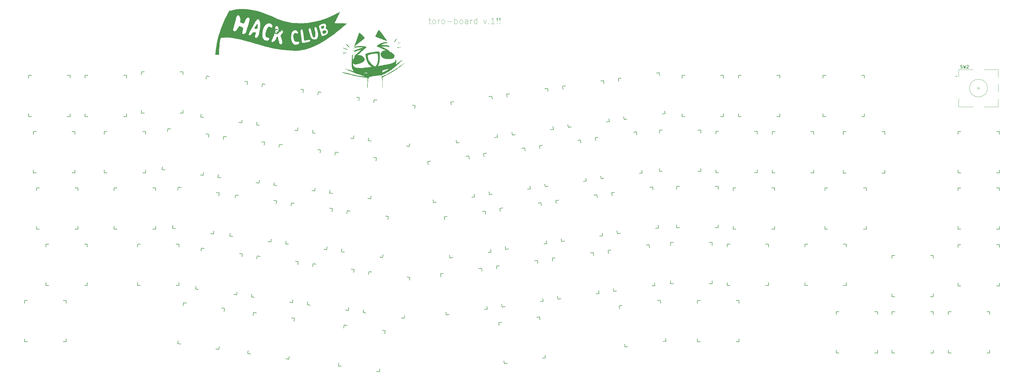
<source format=gbr>
%TF.GenerationSoftware,KiCad,Pcbnew,9.0.2*%
%TF.CreationDate,2025-06-19T20:24:16-07:00*%
%TF.ProjectId,toro-pcb,746f726f-2d70-4636-922e-6b696361645f,rev?*%
%TF.SameCoordinates,Original*%
%TF.FileFunction,Legend,Top*%
%TF.FilePolarity,Positive*%
%FSLAX46Y46*%
G04 Gerber Fmt 4.6, Leading zero omitted, Abs format (unit mm)*
G04 Created by KiCad (PCBNEW 9.0.2) date 2025-06-19 20:24:16*
%MOMM*%
%LPD*%
G01*
G04 APERTURE LIST*
%ADD10C,0.100000*%
%ADD11C,0.150000*%
%ADD12C,0.300000*%
%ADD13C,0.000000*%
%ADD14C,0.120000*%
G04 APERTURE END LIST*
D10*
X162256265Y-40916704D02*
X163018169Y-40916704D01*
X162541979Y-40250038D02*
X162541979Y-41964323D01*
X162541979Y-41964323D02*
X162637217Y-42154800D01*
X162637217Y-42154800D02*
X162827693Y-42250038D01*
X162827693Y-42250038D02*
X163018169Y-42250038D01*
X163970550Y-42250038D02*
X163780074Y-42154800D01*
X163780074Y-42154800D02*
X163684836Y-42059561D01*
X163684836Y-42059561D02*
X163589598Y-41869085D01*
X163589598Y-41869085D02*
X163589598Y-41297657D01*
X163589598Y-41297657D02*
X163684836Y-41107180D01*
X163684836Y-41107180D02*
X163780074Y-41011942D01*
X163780074Y-41011942D02*
X163970550Y-40916704D01*
X163970550Y-40916704D02*
X164256265Y-40916704D01*
X164256265Y-40916704D02*
X164446741Y-41011942D01*
X164446741Y-41011942D02*
X164541979Y-41107180D01*
X164541979Y-41107180D02*
X164637217Y-41297657D01*
X164637217Y-41297657D02*
X164637217Y-41869085D01*
X164637217Y-41869085D02*
X164541979Y-42059561D01*
X164541979Y-42059561D02*
X164446741Y-42154800D01*
X164446741Y-42154800D02*
X164256265Y-42250038D01*
X164256265Y-42250038D02*
X163970550Y-42250038D01*
X165494360Y-42250038D02*
X165494360Y-40916704D01*
X165494360Y-41297657D02*
X165589598Y-41107180D01*
X165589598Y-41107180D02*
X165684836Y-41011942D01*
X165684836Y-41011942D02*
X165875312Y-40916704D01*
X165875312Y-40916704D02*
X166065789Y-40916704D01*
X167018169Y-42250038D02*
X166827693Y-42154800D01*
X166827693Y-42154800D02*
X166732455Y-42059561D01*
X166732455Y-42059561D02*
X166637217Y-41869085D01*
X166637217Y-41869085D02*
X166637217Y-41297657D01*
X166637217Y-41297657D02*
X166732455Y-41107180D01*
X166732455Y-41107180D02*
X166827693Y-41011942D01*
X166827693Y-41011942D02*
X167018169Y-40916704D01*
X167018169Y-40916704D02*
X167303884Y-40916704D01*
X167303884Y-40916704D02*
X167494360Y-41011942D01*
X167494360Y-41011942D02*
X167589598Y-41107180D01*
X167589598Y-41107180D02*
X167684836Y-41297657D01*
X167684836Y-41297657D02*
X167684836Y-41869085D01*
X167684836Y-41869085D02*
X167589598Y-42059561D01*
X167589598Y-42059561D02*
X167494360Y-42154800D01*
X167494360Y-42154800D02*
X167303884Y-42250038D01*
X167303884Y-42250038D02*
X167018169Y-42250038D01*
X168541979Y-41488133D02*
X170065789Y-41488133D01*
X171018169Y-42250038D02*
X171018169Y-40250038D01*
X171018169Y-41011942D02*
X171208645Y-40916704D01*
X171208645Y-40916704D02*
X171589598Y-40916704D01*
X171589598Y-40916704D02*
X171780074Y-41011942D01*
X171780074Y-41011942D02*
X171875312Y-41107180D01*
X171875312Y-41107180D02*
X171970550Y-41297657D01*
X171970550Y-41297657D02*
X171970550Y-41869085D01*
X171970550Y-41869085D02*
X171875312Y-42059561D01*
X171875312Y-42059561D02*
X171780074Y-42154800D01*
X171780074Y-42154800D02*
X171589598Y-42250038D01*
X171589598Y-42250038D02*
X171208645Y-42250038D01*
X171208645Y-42250038D02*
X171018169Y-42154800D01*
X173113407Y-42250038D02*
X172922931Y-42154800D01*
X172922931Y-42154800D02*
X172827693Y-42059561D01*
X172827693Y-42059561D02*
X172732455Y-41869085D01*
X172732455Y-41869085D02*
X172732455Y-41297657D01*
X172732455Y-41297657D02*
X172827693Y-41107180D01*
X172827693Y-41107180D02*
X172922931Y-41011942D01*
X172922931Y-41011942D02*
X173113407Y-40916704D01*
X173113407Y-40916704D02*
X173399122Y-40916704D01*
X173399122Y-40916704D02*
X173589598Y-41011942D01*
X173589598Y-41011942D02*
X173684836Y-41107180D01*
X173684836Y-41107180D02*
X173780074Y-41297657D01*
X173780074Y-41297657D02*
X173780074Y-41869085D01*
X173780074Y-41869085D02*
X173684836Y-42059561D01*
X173684836Y-42059561D02*
X173589598Y-42154800D01*
X173589598Y-42154800D02*
X173399122Y-42250038D01*
X173399122Y-42250038D02*
X173113407Y-42250038D01*
X175494360Y-42250038D02*
X175494360Y-41202419D01*
X175494360Y-41202419D02*
X175399122Y-41011942D01*
X175399122Y-41011942D02*
X175208646Y-40916704D01*
X175208646Y-40916704D02*
X174827693Y-40916704D01*
X174827693Y-40916704D02*
X174637217Y-41011942D01*
X175494360Y-42154800D02*
X175303884Y-42250038D01*
X175303884Y-42250038D02*
X174827693Y-42250038D01*
X174827693Y-42250038D02*
X174637217Y-42154800D01*
X174637217Y-42154800D02*
X174541979Y-41964323D01*
X174541979Y-41964323D02*
X174541979Y-41773847D01*
X174541979Y-41773847D02*
X174637217Y-41583371D01*
X174637217Y-41583371D02*
X174827693Y-41488133D01*
X174827693Y-41488133D02*
X175303884Y-41488133D01*
X175303884Y-41488133D02*
X175494360Y-41392895D01*
X176446741Y-42250038D02*
X176446741Y-40916704D01*
X176446741Y-41297657D02*
X176541979Y-41107180D01*
X176541979Y-41107180D02*
X176637217Y-41011942D01*
X176637217Y-41011942D02*
X176827693Y-40916704D01*
X176827693Y-40916704D02*
X177018170Y-40916704D01*
X178541979Y-42250038D02*
X178541979Y-40250038D01*
X178541979Y-42154800D02*
X178351503Y-42250038D01*
X178351503Y-42250038D02*
X177970550Y-42250038D01*
X177970550Y-42250038D02*
X177780074Y-42154800D01*
X177780074Y-42154800D02*
X177684836Y-42059561D01*
X177684836Y-42059561D02*
X177589598Y-41869085D01*
X177589598Y-41869085D02*
X177589598Y-41297657D01*
X177589598Y-41297657D02*
X177684836Y-41107180D01*
X177684836Y-41107180D02*
X177780074Y-41011942D01*
X177780074Y-41011942D02*
X177970550Y-40916704D01*
X177970550Y-40916704D02*
X178351503Y-40916704D01*
X178351503Y-40916704D02*
X178541979Y-41011942D01*
X180827694Y-40916704D02*
X181303884Y-42250038D01*
X181303884Y-42250038D02*
X181780075Y-40916704D01*
X182541980Y-42059561D02*
X182637218Y-42154800D01*
X182637218Y-42154800D02*
X182541980Y-42250038D01*
X182541980Y-42250038D02*
X182446742Y-42154800D01*
X182446742Y-42154800D02*
X182541980Y-42059561D01*
X182541980Y-42059561D02*
X182541980Y-42250038D01*
X184541980Y-42250038D02*
X183399123Y-42250038D01*
X183970551Y-42250038D02*
X183970551Y-40250038D01*
X183970551Y-40250038D02*
X183780075Y-40535752D01*
X183780075Y-40535752D02*
X183589599Y-40726228D01*
X183589599Y-40726228D02*
X183399123Y-40821466D01*
X185399123Y-42059561D02*
X185494361Y-42154800D01*
X185494361Y-42154800D02*
X185399123Y-42250038D01*
X185399123Y-42250038D02*
X185303885Y-42154800D01*
X185303885Y-42154800D02*
X185399123Y-42059561D01*
X185399123Y-42059561D02*
X185399123Y-42250038D01*
X185399123Y-41488133D02*
X185303885Y-40345276D01*
X185303885Y-40345276D02*
X185399123Y-40250038D01*
X185399123Y-40250038D02*
X185494361Y-40345276D01*
X185494361Y-40345276D02*
X185399123Y-41488133D01*
X185399123Y-41488133D02*
X185399123Y-40250038D01*
X186351504Y-42059561D02*
X186446742Y-42154800D01*
X186446742Y-42154800D02*
X186351504Y-42250038D01*
X186351504Y-42250038D02*
X186256266Y-42154800D01*
X186256266Y-42154800D02*
X186351504Y-42059561D01*
X186351504Y-42059561D02*
X186351504Y-42250038D01*
X186351504Y-41488133D02*
X186256266Y-40345276D01*
X186256266Y-40345276D02*
X186351504Y-40250038D01*
X186351504Y-40250038D02*
X186446742Y-40345276D01*
X186446742Y-40345276D02*
X186351504Y-41488133D01*
X186351504Y-41488133D02*
X186351504Y-40250038D01*
D11*
X341947962Y-57257200D02*
X342090819Y-57304819D01*
X342090819Y-57304819D02*
X342328914Y-57304819D01*
X342328914Y-57304819D02*
X342424152Y-57257200D01*
X342424152Y-57257200D02*
X342471771Y-57209580D01*
X342471771Y-57209580D02*
X342519390Y-57114342D01*
X342519390Y-57114342D02*
X342519390Y-57019104D01*
X342519390Y-57019104D02*
X342471771Y-56923866D01*
X342471771Y-56923866D02*
X342424152Y-56876247D01*
X342424152Y-56876247D02*
X342328914Y-56828628D01*
X342328914Y-56828628D02*
X342138438Y-56781009D01*
X342138438Y-56781009D02*
X342043200Y-56733390D01*
X342043200Y-56733390D02*
X341995581Y-56685771D01*
X341995581Y-56685771D02*
X341947962Y-56590533D01*
X341947962Y-56590533D02*
X341947962Y-56495295D01*
X341947962Y-56495295D02*
X341995581Y-56400057D01*
X341995581Y-56400057D02*
X342043200Y-56352438D01*
X342043200Y-56352438D02*
X342138438Y-56304819D01*
X342138438Y-56304819D02*
X342376533Y-56304819D01*
X342376533Y-56304819D02*
X342519390Y-56352438D01*
X342852724Y-56304819D02*
X343090819Y-57304819D01*
X343090819Y-57304819D02*
X343281295Y-56590533D01*
X343281295Y-56590533D02*
X343471771Y-57304819D01*
X343471771Y-57304819D02*
X343709867Y-56304819D01*
X344043200Y-56400057D02*
X344090819Y-56352438D01*
X344090819Y-56352438D02*
X344186057Y-56304819D01*
X344186057Y-56304819D02*
X344424152Y-56304819D01*
X344424152Y-56304819D02*
X344519390Y-56352438D01*
X344519390Y-56352438D02*
X344567009Y-56400057D01*
X344567009Y-56400057D02*
X344614628Y-56495295D01*
X344614628Y-56495295D02*
X344614628Y-56590533D01*
X344614628Y-56590533D02*
X344567009Y-56733390D01*
X344567009Y-56733390D02*
X343995581Y-57304819D01*
X343995581Y-57304819D02*
X344614628Y-57304819D01*
D12*
X111178572Y-44249757D02*
X111035715Y-44178328D01*
X111035715Y-44178328D02*
X110821429Y-44178328D01*
X110821429Y-44178328D02*
X110607143Y-44249757D01*
X110607143Y-44249757D02*
X110464286Y-44392614D01*
X110464286Y-44392614D02*
X110392857Y-44535471D01*
X110392857Y-44535471D02*
X110321429Y-44821185D01*
X110321429Y-44821185D02*
X110321429Y-45035471D01*
X110321429Y-45035471D02*
X110392857Y-45321185D01*
X110392857Y-45321185D02*
X110464286Y-45464042D01*
X110464286Y-45464042D02*
X110607143Y-45606900D01*
X110607143Y-45606900D02*
X110821429Y-45678328D01*
X110821429Y-45678328D02*
X110964286Y-45678328D01*
X110964286Y-45678328D02*
X111178572Y-45606900D01*
X111178572Y-45606900D02*
X111250000Y-45535471D01*
X111250000Y-45535471D02*
X111250000Y-45035471D01*
X111250000Y-45035471D02*
X110964286Y-45035471D01*
X112107143Y-44178328D02*
X112107143Y-44535471D01*
X111750000Y-44392614D02*
X112107143Y-44535471D01*
X112107143Y-44535471D02*
X112464286Y-44392614D01*
X111892857Y-44821185D02*
X112107143Y-44535471D01*
X112107143Y-44535471D02*
X112321429Y-44821185D01*
X113250000Y-44178328D02*
X113250000Y-44535471D01*
X112892857Y-44392614D02*
X113250000Y-44535471D01*
X113250000Y-44535471D02*
X113607143Y-44392614D01*
X113035714Y-44821185D02*
X113250000Y-44535471D01*
X113250000Y-44535471D02*
X113464286Y-44821185D01*
X114392857Y-44178328D02*
X114392857Y-44535471D01*
X114035714Y-44392614D02*
X114392857Y-44535471D01*
X114392857Y-44535471D02*
X114750000Y-44392614D01*
X114178571Y-44821185D02*
X114392857Y-44535471D01*
X114392857Y-44535471D02*
X114607143Y-44821185D01*
D11*
%TO.C,SW37*%
X295462811Y-60675000D02*
X295462811Y-59675000D01*
X295462811Y-73675000D02*
X295462811Y-72675000D01*
X295462811Y-73675000D02*
X296462811Y-73675000D01*
X296462811Y-59675000D02*
X295462811Y-59675000D01*
X308462811Y-73675000D02*
X309462811Y-73675000D01*
X309462811Y-59675000D02*
X308462811Y-59675000D01*
X309462811Y-59675000D02*
X309462811Y-60675000D01*
X309462811Y-72675000D02*
X309462811Y-73675000D01*
%TO.C,SW18*%
X95124474Y-114111155D02*
X95263650Y-113120887D01*
X95124474Y-114111155D02*
X96114742Y-114250327D01*
X96933725Y-101237670D02*
X97072897Y-100247402D01*
X98063165Y-100386578D02*
X97072897Y-100247402D01*
X107997959Y-115920402D02*
X108988227Y-116059578D01*
X109127399Y-115069310D02*
X108988227Y-116059578D01*
X110936650Y-102195825D02*
X109946382Y-102056653D01*
X110936650Y-102195825D02*
X110797474Y-103186093D01*
%TO.C,SW57*%
X226792526Y-138766976D02*
X226653350Y-137776708D01*
X227643618Y-137637535D02*
X226653350Y-137776708D01*
X228601773Y-151640461D02*
X228462600Y-150650193D01*
X228601773Y-151640461D02*
X229592041Y-151501285D01*
X240517103Y-135828285D02*
X239526835Y-135967461D01*
X240517103Y-135828285D02*
X240656276Y-136818553D01*
X241475258Y-149831211D02*
X242465526Y-149692038D01*
X242326350Y-148701770D02*
X242465526Y-149692038D01*
X224233088Y-100437108D02*
X224093912Y-99446840D01*
X225084180Y-99307667D02*
X224093912Y-99446840D01*
X226042335Y-113310593D02*
X225903162Y-112320325D01*
X226042335Y-113310593D02*
X227032603Y-113171417D01*
X237957665Y-97498417D02*
X236967397Y-97637593D01*
X237957665Y-97498417D02*
X238096838Y-98488685D01*
X238915820Y-111501343D02*
X239906088Y-111362170D01*
X239766912Y-110371902D02*
X239906088Y-111362170D01*
%TO.C,SW48*%
X259267811Y-79650000D02*
X259267811Y-78650000D01*
X259267811Y-92650000D02*
X259267811Y-91650000D01*
X259267811Y-92650000D02*
X260267811Y-92650000D01*
X260267811Y-78650000D02*
X259267811Y-78650000D01*
X272267811Y-92650000D02*
X273267811Y-92650000D01*
X273267811Y-78650000D02*
X272267811Y-78650000D01*
X273267811Y-78650000D02*
X273267811Y-79650000D01*
X273267811Y-91650000D02*
X273267811Y-92650000D01*
%TO.C,SW17*%
X75751828Y-111457665D02*
X75891001Y-110467397D01*
X75751828Y-111457665D02*
X76742096Y-111596838D01*
X77561078Y-98584180D02*
X77700251Y-97593912D01*
X78690519Y-97733085D02*
X77700251Y-97593912D01*
X88625313Y-113266915D02*
X89615581Y-113406088D01*
X89754754Y-112415820D02*
X89615581Y-113406088D01*
X91564004Y-99542335D02*
X90573736Y-99403162D01*
X91564004Y-99542335D02*
X91424831Y-100532603D01*
%TO.C,SW42*%
X199848356Y-84551121D02*
X199709180Y-83560853D01*
X200699448Y-83421680D02*
X199709180Y-83560853D01*
X201657603Y-97424606D02*
X201518430Y-96434338D01*
X201657603Y-97424606D02*
X202647871Y-97285430D01*
X213572933Y-81612430D02*
X212582665Y-81751606D01*
X213572933Y-81612430D02*
X213712106Y-82602698D01*
X214531088Y-95615356D02*
X215521356Y-95476183D01*
X215382180Y-94485915D02*
X215521356Y-95476183D01*
%TO.C,SW4*%
X65266250Y-59500000D02*
X65266250Y-58500000D01*
X65266250Y-72500000D02*
X65266250Y-71500000D01*
X65266250Y-72500000D02*
X66266250Y-72500000D01*
X66266250Y-58500000D02*
X65266250Y-58500000D01*
X78266250Y-72500000D02*
X79266250Y-72500000D01*
X79266250Y-58500000D02*
X78266250Y-58500000D01*
X79266250Y-58500000D02*
X79266250Y-59500000D01*
X79266250Y-71500000D02*
X79266250Y-72500000D01*
%TO.C,SW28*%
X169889268Y-69736346D02*
X169750092Y-68746078D01*
X170740360Y-68606905D02*
X169750092Y-68746078D01*
X171698515Y-82609831D02*
X171559342Y-81619563D01*
X171698515Y-82609831D02*
X172688783Y-82470655D01*
X183613845Y-66797655D02*
X182623577Y-66936831D01*
X183613845Y-66797655D02*
X183753018Y-67787923D01*
X184572000Y-80800581D02*
X185562268Y-80661408D01*
X185423092Y-79671140D02*
X185562268Y-80661408D01*
%TO.C,SW7*%
X123048733Y-79190490D02*
X123187909Y-78200222D01*
X123048733Y-79190490D02*
X124039001Y-79329662D01*
X124857984Y-66317005D02*
X124997156Y-65326737D01*
X125987424Y-65465913D02*
X124997156Y-65326737D01*
X135922218Y-80999737D02*
X136912486Y-81138913D01*
X137051658Y-80148645D02*
X136912486Y-81138913D01*
X138860909Y-67275160D02*
X137870641Y-67135988D01*
X138860909Y-67275160D02*
X138721733Y-68265428D01*
%TO.C,SW55*%
X244000000Y-117250000D02*
X244000000Y-116250000D01*
X244000000Y-130250000D02*
X244000000Y-129250000D01*
X244000000Y-130250000D02*
X245000000Y-130250000D01*
X245000000Y-116250000D02*
X244000000Y-116250000D01*
X257000000Y-130250000D02*
X258000000Y-130250000D01*
X258000000Y-116250000D02*
X257000000Y-116250000D01*
X258000000Y-116250000D02*
X258000000Y-117250000D01*
X258000000Y-129250000D02*
X258000000Y-130250000D01*
%TO.C,SW43*%
X186503874Y-105739603D02*
X186364698Y-104749335D01*
X187354966Y-104610162D02*
X186364698Y-104749335D01*
X188313121Y-118613088D02*
X188173948Y-117622820D01*
X188313121Y-118613088D02*
X189303389Y-118473912D01*
X200228451Y-102800912D02*
X199238183Y-102940088D01*
X200228451Y-102800912D02*
X200367624Y-103791180D01*
X201186606Y-116803838D02*
X202176874Y-116664665D01*
X202037698Y-115674397D02*
X202176874Y-116664665D01*
%TO.C,SW54*%
X223013650Y-119973976D02*
X222874474Y-118983708D01*
X223864742Y-118844535D02*
X222874474Y-118983708D01*
X224822897Y-132847461D02*
X224683724Y-131857193D01*
X224822897Y-132847461D02*
X225813165Y-132708285D01*
X236738227Y-117035285D02*
X235747959Y-117174461D01*
X236738227Y-117035285D02*
X236877400Y-118025553D01*
X237696382Y-131038211D02*
X238686650Y-130899038D01*
X238547474Y-129908770D02*
X238686650Y-130899038D01*
%TO.C,SW65*%
X341061295Y-118000000D02*
X341061295Y-117000000D01*
X341061295Y-131000000D02*
X341061295Y-130000000D01*
X341061295Y-131000000D02*
X342061295Y-131000000D01*
X342061295Y-117000000D02*
X341061295Y-117000000D01*
X354061295Y-131000000D02*
X355061295Y-131000000D01*
X355061295Y-117000000D02*
X354061295Y-117000000D01*
X355061295Y-117000000D02*
X355061295Y-118000000D01*
X355061295Y-130000000D02*
X355061295Y-131000000D01*
%TO.C,SW62*%
X318755000Y-121635000D02*
X318755000Y-120635000D01*
X318755000Y-134635000D02*
X318755000Y-133635000D01*
X318755000Y-134635000D02*
X319755000Y-134635000D01*
X319755000Y-120635000D02*
X318755000Y-120635000D01*
X331755000Y-134635000D02*
X332755000Y-134635000D01*
X332755000Y-120635000D02*
X331755000Y-120635000D01*
X332755000Y-120635000D02*
X332755000Y-121635000D01*
X332755000Y-133635000D02*
X332755000Y-134635000D01*
%TO.C,SW8*%
X141913339Y-81841738D02*
X142052515Y-80851470D01*
X141913339Y-81841738D02*
X142903607Y-81980910D01*
X143722590Y-68968253D02*
X143861762Y-67977985D01*
X144852030Y-68117161D02*
X143861762Y-67977985D01*
X154786824Y-83650985D02*
X155777092Y-83790161D01*
X155916264Y-82799893D02*
X155777092Y-83790161D01*
X157725515Y-69926408D02*
X156735247Y-69787236D01*
X157725515Y-69926408D02*
X157586339Y-70916676D01*
%TO.C,SW3*%
X46216250Y-60675000D02*
X46216250Y-59675000D01*
X46216250Y-73675000D02*
X46216250Y-72675000D01*
X46216250Y-73675000D02*
X47216250Y-73675000D01*
X47216250Y-59675000D02*
X46216250Y-59675000D01*
X59216250Y-73675000D02*
X60216250Y-73675000D01*
X60216250Y-59675000D02*
X59216250Y-59675000D01*
X60216250Y-59675000D02*
X60216250Y-60675000D01*
X60216250Y-72675000D02*
X60216250Y-73675000D01*
%TO.C,SW21*%
X33005000Y-117825000D02*
X33005000Y-116825000D01*
X33005000Y-130825000D02*
X33005000Y-129825000D01*
X33005000Y-130825000D02*
X34005000Y-130825000D01*
X34005000Y-116825000D02*
X33005000Y-116825000D01*
X46005000Y-130825000D02*
X47005000Y-130825000D01*
X47005000Y-116825000D02*
X46005000Y-116825000D01*
X47005000Y-116825000D02*
X47005000Y-117825000D01*
X47005000Y-129825000D02*
X47005000Y-130825000D01*
%TO.C,SW61*%
X337805000Y-140685000D02*
X337805000Y-139685000D01*
X337805000Y-153685000D02*
X337805000Y-152685000D01*
X337805000Y-153685000D02*
X338805000Y-153685000D01*
X338805000Y-139685000D02*
X337805000Y-139685000D01*
X350805000Y-153685000D02*
X351805000Y-153685000D01*
X351805000Y-139685000D02*
X350805000Y-139685000D01*
X351805000Y-139685000D02*
X351805000Y-140685000D01*
X351805000Y-152685000D02*
X351805000Y-153685000D01*
%TO.C,SW6*%
X104163339Y-76489227D02*
X104302515Y-75498959D01*
X104163339Y-76489227D02*
X105153607Y-76628399D01*
X105972590Y-63615742D02*
X106111762Y-62625474D01*
X107102030Y-62764650D02*
X106111762Y-62625474D01*
X117036824Y-78298474D02*
X118027092Y-78437650D01*
X118166264Y-77447382D02*
X118027092Y-78437650D01*
X119975515Y-64573897D02*
X118985247Y-64434725D01*
X119975515Y-64573897D02*
X119836339Y-65564165D01*
%TO.C,SW67*%
X278317811Y-79725000D02*
X278317811Y-78725000D01*
X278317811Y-92725000D02*
X278317811Y-91725000D01*
X278317811Y-92725000D02*
X279317811Y-92725000D01*
X279317811Y-78725000D02*
X278317811Y-78725000D01*
X291317811Y-92725000D02*
X292317811Y-92725000D01*
X292317811Y-78725000D02*
X291317811Y-78725000D01*
X292317811Y-78725000D02*
X292317811Y-79725000D01*
X292317811Y-91725000D02*
X292317811Y-92725000D01*
%TO.C,SW51*%
X166419830Y-127927719D02*
X166280654Y-126937451D01*
X167270922Y-126798278D02*
X166280654Y-126937451D01*
X168229077Y-140801204D02*
X168089904Y-139810936D01*
X168229077Y-140801204D02*
X169219345Y-140662028D01*
X180144407Y-124989028D02*
X179154139Y-125128204D01*
X180144407Y-124989028D02*
X180283580Y-125979296D01*
X181102562Y-138991954D02*
X182092830Y-138852781D01*
X181953654Y-137862513D02*
X182092830Y-138852781D01*
%TO.C,SW16*%
X56040000Y-98775000D02*
X56040000Y-97775000D01*
X56040000Y-111775000D02*
X56040000Y-110775000D01*
X56040000Y-111775000D02*
X57040000Y-111775000D01*
X57040000Y-97775000D02*
X56040000Y-97775000D01*
X69040000Y-111775000D02*
X70040000Y-111775000D01*
X70040000Y-97775000D02*
X69040000Y-97775000D01*
X70040000Y-97775000D02*
X70040000Y-98775000D01*
X70040000Y-110775000D02*
X70040000Y-111775000D01*
%TO.C,SW30*%
X77542215Y-150540766D02*
X77681391Y-149550498D01*
X77542215Y-150540766D02*
X78532483Y-150679938D01*
X79351466Y-137667281D02*
X79490638Y-136677013D01*
X80480906Y-136816189D02*
X79490638Y-136677013D01*
X90415700Y-152350013D02*
X91405968Y-152489189D01*
X91545140Y-151498921D02*
X91405968Y-152489189D01*
X93354391Y-138625436D02*
X92364123Y-138486264D01*
X93354391Y-138625436D02*
X93215215Y-139615704D01*
%TO.C,SW73*%
X289352811Y-117825000D02*
X289352811Y-116825000D01*
X289352811Y-130825000D02*
X289352811Y-129825000D01*
X289352811Y-130825000D02*
X290352811Y-130825000D01*
X290352811Y-116825000D02*
X289352811Y-116825000D01*
X302352811Y-130825000D02*
X303352811Y-130825000D01*
X303352811Y-116825000D02*
X302352811Y-116825000D01*
X303352811Y-116825000D02*
X303352811Y-117825000D01*
X303352811Y-129825000D02*
X303352811Y-130825000D01*
%TO.C,SW64*%
X341061295Y-98775000D02*
X341061295Y-97775000D01*
X341061295Y-111775000D02*
X341061295Y-110775000D01*
X341061295Y-111775000D02*
X342061295Y-111775000D01*
X342061295Y-97775000D02*
X341061295Y-97775000D01*
X354061295Y-111775000D02*
X355061295Y-111775000D01*
X355061295Y-97775000D02*
X354061295Y-97775000D01*
X355061295Y-97775000D02*
X355061295Y-98775000D01*
X355061295Y-110775000D02*
X355061295Y-111775000D01*
%TO.C,SW45*%
X205368481Y-103088356D02*
X205229305Y-102098088D01*
X206219573Y-101958915D02*
X205229305Y-102098088D01*
X207177728Y-115961841D02*
X207038555Y-114971573D01*
X207177728Y-115961841D02*
X208167996Y-115822665D01*
X219093058Y-100149665D02*
X218102790Y-100288841D01*
X219093058Y-100149665D02*
X219232231Y-101139933D01*
X220051213Y-114152591D02*
X221041481Y-114013418D01*
X220902305Y-113023150D02*
X221041481Y-114013418D01*
%TO.C,SW34*%
X226483088Y-61782603D02*
X226343912Y-60792335D01*
X227334180Y-60653162D02*
X226343912Y-60792335D01*
X228292335Y-74656088D02*
X228153162Y-73665820D01*
X228292335Y-74656088D02*
X229282603Y-74516912D01*
X240207665Y-58843912D02*
X239217397Y-58983088D01*
X240207665Y-58843912D02*
X240346838Y-59834180D01*
X241165820Y-72846838D02*
X242156088Y-72707665D01*
X242016912Y-71717397D02*
X242156088Y-72707665D01*
%TO.C,SW72*%
X296110311Y-98775000D02*
X296110311Y-97775000D01*
X296110311Y-111775000D02*
X296110311Y-110775000D01*
X296110311Y-111775000D02*
X297110311Y-111775000D01*
X297110311Y-97775000D02*
X296110311Y-97775000D01*
X309110311Y-111775000D02*
X310110311Y-111775000D01*
X310110311Y-97775000D02*
X309110311Y-97775000D01*
X310110311Y-97775000D02*
X310110311Y-98775000D01*
X310110311Y-110775000D02*
X310110311Y-111775000D01*
%TO.C,SW52*%
X185284436Y-125276472D02*
X185145260Y-124286204D01*
X186135528Y-124147031D02*
X185145260Y-124286204D01*
X187093683Y-138149957D02*
X186954510Y-137159689D01*
X187093683Y-138149957D02*
X188083951Y-138010781D01*
X199009013Y-122337781D02*
X198018745Y-122476957D01*
X199009013Y-122337781D02*
X199148186Y-123328049D01*
X199967168Y-136340707D02*
X200957436Y-136201534D01*
X200818260Y-135211266D02*
X200957436Y-136201534D01*
%TO.C,SW58*%
X253060000Y-136875000D02*
X253060000Y-135875000D01*
X253060000Y-149875000D02*
X253060000Y-148875000D01*
X253060000Y-149875000D02*
X254060000Y-149875000D01*
X254060000Y-135875000D02*
X253060000Y-135875000D01*
X266060000Y-149875000D02*
X267060000Y-149875000D01*
X267060000Y-135875000D02*
X266060000Y-135875000D01*
X267060000Y-135875000D02*
X267060000Y-136875000D01*
X267060000Y-148875000D02*
X267060000Y-149875000D01*
%TO.C,SW71*%
X302352811Y-79790000D02*
X302352811Y-78790000D01*
X302352811Y-92790000D02*
X302352811Y-91790000D01*
X302352811Y-92790000D02*
X303352811Y-92790000D01*
X303352811Y-78790000D02*
X302352811Y-78790000D01*
X315352811Y-92790000D02*
X316352811Y-92790000D01*
X316352811Y-78790000D02*
X315352811Y-78790000D01*
X316352811Y-78790000D02*
X316352811Y-79790000D01*
X316352811Y-91790000D02*
X316352811Y-92790000D01*
%TO.C,SW13*%
X109958517Y-96914665D02*
X110097693Y-95924397D01*
X109958517Y-96914665D02*
X110948785Y-97053837D01*
X111767768Y-84041180D02*
X111906940Y-83050912D01*
X112897208Y-83190088D02*
X111906940Y-83050912D01*
X122832002Y-98723912D02*
X123822270Y-98863088D01*
X123961442Y-97872820D02*
X123822270Y-98863088D01*
X125770693Y-84999335D02*
X124780425Y-84860163D01*
X125770693Y-84999335D02*
X125631517Y-85989603D01*
%TO.C,SW14*%
X29830000Y-98775000D02*
X29830000Y-97775000D01*
X29830000Y-111775000D02*
X29830000Y-110775000D01*
X29830000Y-111775000D02*
X30830000Y-111775000D01*
X30830000Y-97775000D02*
X29830000Y-97775000D01*
X42830000Y-111775000D02*
X43830000Y-111775000D01*
X43830000Y-97775000D02*
X42830000Y-97775000D01*
X43830000Y-97775000D02*
X43830000Y-98775000D01*
X43830000Y-110775000D02*
X43830000Y-111775000D01*
%TO.C,SW33*%
X207618482Y-64433850D02*
X207479306Y-63443582D01*
X208469574Y-63304409D02*
X207479306Y-63443582D01*
X209427729Y-77307335D02*
X209288556Y-76317067D01*
X209427729Y-77307335D02*
X210417997Y-77168159D01*
X221343059Y-61495159D02*
X220352791Y-61634335D01*
X221343059Y-61495159D02*
X221482232Y-62485427D01*
X222301214Y-75498085D02*
X223291482Y-75358912D01*
X223152306Y-74368644D02*
X223291482Y-75358912D01*
%TO.C,SW26*%
X140154604Y-140010160D02*
X140293780Y-139019892D01*
X140154604Y-140010160D02*
X141144872Y-140149332D01*
X141963855Y-127136675D02*
X142103027Y-126146407D01*
X143093295Y-126285583D02*
X142103027Y-126146407D01*
X153028089Y-141819407D02*
X154018357Y-141958583D01*
X154157529Y-140968315D02*
X154018357Y-141958583D01*
X155966780Y-128094830D02*
X154976512Y-127955658D01*
X155966780Y-128094830D02*
X155827604Y-129085098D01*
%TO.C,SW29*%
X188753875Y-67085098D02*
X188614699Y-66094830D01*
X189604967Y-65955657D02*
X188614699Y-66094830D01*
X190563122Y-79958583D02*
X190423949Y-78968315D01*
X190563122Y-79958583D02*
X191553390Y-79819407D01*
X202478452Y-64146407D02*
X201488184Y-64285583D01*
X202478452Y-64146407D02*
X202617625Y-65136675D01*
X203436607Y-78149333D02*
X204426875Y-78010160D01*
X204287699Y-77019892D02*
X204426875Y-78010160D01*
%TO.C,SW32*%
X131791027Y-158079103D02*
X131930203Y-157088835D01*
X131791027Y-158079103D02*
X132781295Y-158218275D01*
X133600278Y-145205618D02*
X133739450Y-144215350D01*
X134729718Y-144354526D02*
X133739450Y-144215350D01*
X144664512Y-159888350D02*
X145654780Y-160027526D01*
X145793952Y-159037258D02*
X145654780Y-160027526D01*
X147603203Y-146163773D02*
X146612935Y-146024601D01*
X147603203Y-146163773D02*
X147464027Y-147154041D01*
%TO.C,SW9*%
X28790000Y-79725000D02*
X28790000Y-78725000D01*
X28790000Y-92725000D02*
X28790000Y-91725000D01*
X28790000Y-92725000D02*
X29790000Y-92725000D01*
X29790000Y-78725000D02*
X28790000Y-78725000D01*
X41790000Y-92725000D02*
X42790000Y-92725000D01*
X42790000Y-78725000D02*
X41790000Y-78725000D01*
X42790000Y-78725000D02*
X42790000Y-79725000D01*
X42790000Y-91725000D02*
X42790000Y-92725000D01*
%TO.C,SW22*%
X63950000Y-117825000D02*
X63950000Y-116825000D01*
X63950000Y-130825000D02*
X63950000Y-129825000D01*
X63950000Y-130825000D02*
X64950000Y-130825000D01*
X64950000Y-116825000D02*
X63950000Y-116825000D01*
X76950000Y-130825000D02*
X77950000Y-130825000D01*
X77950000Y-116825000D02*
X76950000Y-116825000D01*
X77950000Y-116825000D02*
X77950000Y-117825000D01*
X77950000Y-129825000D02*
X77950000Y-130825000D01*
%TO.C,SW14*%
X128823124Y-99565913D02*
X128962300Y-98575645D01*
X128823124Y-99565913D02*
X129813392Y-99705085D01*
X130632375Y-86692428D02*
X130771547Y-85702160D01*
X131761815Y-85841336D02*
X130771547Y-85702160D01*
X141696609Y-101375160D02*
X142686877Y-101514336D01*
X142826049Y-100524068D02*
X142686877Y-101514336D01*
X144635300Y-87650583D02*
X143645032Y-87511411D01*
X144635300Y-87650583D02*
X144496124Y-88640851D01*
D13*
%TO.C,G\u002A\u002A\u002A*%
G36*
X136980666Y-51493980D02*
G01*
X136938333Y-51536454D01*
X136896000Y-51493980D01*
X136938333Y-51451505D01*
X136980666Y-51493980D01*
G37*
G36*
X136980666Y-51663879D02*
G01*
X136938333Y-51706354D01*
X136896000Y-51663879D01*
X136938333Y-51621404D01*
X136980666Y-51663879D01*
G37*
G36*
X136980666Y-53447826D02*
G01*
X136938333Y-53490301D01*
X136896000Y-53447826D01*
X136938333Y-53405351D01*
X136980666Y-53447826D01*
G37*
G36*
X137065333Y-51239130D02*
G01*
X137023000Y-51281605D01*
X136980666Y-51239130D01*
X137023000Y-51196655D01*
X137065333Y-51239130D01*
G37*
G36*
X137065333Y-51918729D02*
G01*
X137023000Y-51961204D01*
X136980666Y-51918729D01*
X137023000Y-51876254D01*
X137065333Y-51918729D01*
G37*
G36*
X137573333Y-52173578D02*
G01*
X137531000Y-52216053D01*
X137488666Y-52173578D01*
X137531000Y-52131103D01*
X137573333Y-52173578D01*
G37*
G36*
X137658000Y-49794983D02*
G01*
X137615666Y-49837458D01*
X137573333Y-49794983D01*
X137615666Y-49752508D01*
X137658000Y-49794983D01*
G37*
G36*
X142399333Y-56590969D02*
G01*
X142357000Y-56633444D01*
X142314666Y-56590969D01*
X142357000Y-56548495D01*
X142399333Y-56590969D01*
G37*
G36*
X142399333Y-56845819D02*
G01*
X142357000Y-56888294D01*
X142314666Y-56845819D01*
X142357000Y-56803344D01*
X142399333Y-56845819D01*
G37*
G36*
X144346666Y-56336120D02*
G01*
X144304333Y-56378595D01*
X144262000Y-56336120D01*
X144304333Y-56293645D01*
X144346666Y-56336120D01*
G37*
G36*
X144346666Y-56590969D02*
G01*
X144304333Y-56633444D01*
X144262000Y-56590969D01*
X144304333Y-56548495D01*
X144346666Y-56590969D01*
G37*
G36*
X148410666Y-48180936D02*
G01*
X148368333Y-48223411D01*
X148326000Y-48180936D01*
X148368333Y-48138461D01*
X148410666Y-48180936D01*
G37*
G36*
X149088000Y-49625083D02*
G01*
X149045666Y-49667558D01*
X149003333Y-49625083D01*
X149045666Y-49582608D01*
X149088000Y-49625083D01*
G37*
G36*
X149934666Y-50814381D02*
G01*
X149892333Y-50856856D01*
X149850000Y-50814381D01*
X149892333Y-50771906D01*
X149934666Y-50814381D01*
G37*
G36*
X136698444Y-51904570D02*
G01*
X136708577Y-52005386D01*
X136698444Y-52017837D01*
X136648110Y-52006176D01*
X136642000Y-51961204D01*
X136672978Y-51891280D01*
X136698444Y-51904570D01*
G37*
G36*
X136782739Y-53978762D02*
G01*
X136793922Y-54152684D01*
X136782739Y-54191137D01*
X136751837Y-54201808D01*
X136740035Y-54084949D01*
X136753340Y-53964352D01*
X136782739Y-53978762D01*
G37*
G36*
X136867406Y-52959364D02*
G01*
X136878589Y-53133286D01*
X136867406Y-53171739D01*
X136836503Y-53182410D01*
X136824701Y-53065551D01*
X136838007Y-52944954D01*
X136867406Y-52959364D01*
G37*
G36*
X136952444Y-50800223D02*
G01*
X136940822Y-50850725D01*
X136896000Y-50856856D01*
X136826309Y-50825774D01*
X136839555Y-50800223D01*
X136940035Y-50790056D01*
X136952444Y-50800223D01*
G37*
G36*
X137037111Y-52754069D02*
G01*
X137047244Y-52854884D01*
X137037111Y-52867335D01*
X136986776Y-52855674D01*
X136980666Y-52810702D01*
X137011644Y-52740779D01*
X137037111Y-52754069D01*
G37*
G36*
X137121777Y-50715273D02*
G01*
X137131910Y-50816088D01*
X137121777Y-50828539D01*
X137071443Y-50816878D01*
X137065333Y-50771906D01*
X137096311Y-50701983D01*
X137121777Y-50715273D01*
G37*
G36*
X137375777Y-51989520D02*
G01*
X137364155Y-52040023D01*
X137319333Y-52046153D01*
X137249643Y-52015072D01*
X137262888Y-51989520D01*
X137363368Y-51979353D01*
X137375777Y-51989520D01*
G37*
G36*
X141947406Y-61539297D02*
G01*
X141958589Y-61713219D01*
X141947406Y-61751672D01*
X141916503Y-61762344D01*
X141904701Y-61645485D01*
X141918007Y-61524887D01*
X141947406Y-61539297D01*
G37*
G36*
X144079584Y-56412958D02*
G01*
X144170478Y-56498493D01*
X144151832Y-56547668D01*
X144139996Y-56548495D01*
X144068384Y-56488156D01*
X144042248Y-56450419D01*
X144032269Y-56392289D01*
X144079584Y-56412958D01*
G37*
G36*
X137043028Y-50484072D02*
G01*
X136980666Y-50602006D01*
X136914912Y-50681614D01*
X136897583Y-50605100D01*
X136897296Y-50585782D01*
X136940439Y-50432183D01*
X136980666Y-50389632D01*
X137055458Y-50382777D01*
X137043028Y-50484072D01*
G37*
G36*
X137030188Y-50963177D02*
G01*
X137028889Y-51021447D01*
X136994777Y-51026755D01*
X136910446Y-51096768D01*
X136894703Y-51175418D01*
X136848049Y-51379031D01*
X136811333Y-51451505D01*
X136748158Y-51522265D01*
X136728595Y-51439141D01*
X136727963Y-51404029D01*
X136764440Y-51226760D01*
X136852362Y-51060996D01*
X136955785Y-50959170D01*
X137030188Y-50963177D01*
G37*
G36*
X134602455Y-49132393D02*
G01*
X134761818Y-49286671D01*
X134963576Y-49499486D01*
X135175045Y-49734580D01*
X135363539Y-49955696D01*
X135496375Y-50126575D01*
X135541333Y-50207916D01*
X135506700Y-50261348D01*
X135395483Y-50207259D01*
X135196708Y-50037875D01*
X134924849Y-49771282D01*
X134632640Y-49454513D01*
X134472180Y-49231096D01*
X134445064Y-49103765D01*
X134518173Y-49072909D01*
X134602455Y-49132393D01*
G37*
G36*
X152970802Y-50218973D02*
G01*
X152982666Y-50243906D01*
X152905991Y-50286834D01*
X152707870Y-50323816D01*
X152436163Y-50352069D01*
X152138728Y-50368810D01*
X151863424Y-50371255D01*
X151658110Y-50356622D01*
X151572321Y-50325919D01*
X151618413Y-50283167D01*
X151782492Y-50261948D01*
X151813503Y-50261469D01*
X152067095Y-50250506D01*
X152388711Y-50223583D01*
X152538166Y-50207161D01*
X152830616Y-50188145D01*
X152970802Y-50218973D01*
G37*
G36*
X133532762Y-50399058D02*
G01*
X133736869Y-50465321D01*
X134008894Y-50570587D01*
X134306855Y-50696798D01*
X134588769Y-50825896D01*
X134812653Y-50939823D01*
X134936525Y-51020522D01*
X134948666Y-51039388D01*
X134915816Y-51094517D01*
X134802555Y-51091478D01*
X134586815Y-51024993D01*
X134246528Y-50889781D01*
X134145744Y-50847311D01*
X133764425Y-50676775D01*
X133529909Y-50549065D01*
X133427831Y-50454888D01*
X133438555Y-50389854D01*
X133532762Y-50399058D01*
G37*
G36*
X134284075Y-52050308D02*
G01*
X134527380Y-52068273D01*
X134673049Y-52101726D01*
X134694666Y-52124862D01*
X134617769Y-52160624D01*
X134418150Y-52192701D01*
X134142415Y-52218578D01*
X133837170Y-52235741D01*
X133549024Y-52241676D01*
X133324582Y-52233869D01*
X133210451Y-52209807D01*
X133206025Y-52205159D01*
X133255116Y-52154394D01*
X133418475Y-52102756D01*
X133436624Y-52098971D01*
X133691869Y-52064693D01*
X133989962Y-52048793D01*
X134284075Y-52050308D01*
G37*
G36*
X151522469Y-47302867D02*
G01*
X151525498Y-47361144D01*
X151459058Y-47488644D01*
X151311295Y-47710215D01*
X151155416Y-47931377D01*
X150919064Y-48251186D01*
X150744193Y-48462017D01*
X150640014Y-48554676D01*
X150615734Y-48519969D01*
X150637934Y-48448031D01*
X150724471Y-48277958D01*
X150869275Y-48044764D01*
X151043579Y-47788917D01*
X151218619Y-47550885D01*
X151365631Y-47371133D01*
X151455849Y-47290130D01*
X151461821Y-47288963D01*
X151522469Y-47302867D01*
G37*
G36*
X152728545Y-48634516D02*
G01*
X152728666Y-48639850D01*
X152658533Y-48721875D01*
X152495833Y-48807228D01*
X152251676Y-48907792D01*
X151984298Y-49025063D01*
X151977119Y-49028332D01*
X151798563Y-49104715D01*
X151746517Y-49105911D01*
X151795815Y-49032271D01*
X151796986Y-49030853D01*
X151930236Y-48922291D01*
X151998200Y-48901121D01*
X152127396Y-48851209D01*
X152304486Y-48733774D01*
X152305333Y-48733110D01*
X152512309Y-48603518D01*
X152665599Y-48567961D01*
X152728545Y-48634516D01*
G37*
G36*
X145611449Y-44377389D02*
G01*
X145700620Y-44484282D01*
X145787581Y-44620828D01*
X145952870Y-44858681D01*
X146172409Y-45163839D01*
X146411121Y-45487567D01*
X146837330Y-46062185D01*
X147227028Y-46594070D01*
X147568374Y-47066599D01*
X147849527Y-47463150D01*
X148058647Y-47767097D01*
X148183891Y-47961819D01*
X148213157Y-48017422D01*
X148226975Y-48106163D01*
X148156960Y-48120360D01*
X147979387Y-48057111D01*
X147775666Y-47963913D01*
X147537219Y-47863811D01*
X147346669Y-47806188D01*
X147304736Y-47800890D01*
X147151128Y-47764153D01*
X146920654Y-47674347D01*
X146822713Y-47629111D01*
X146588583Y-47521712D01*
X146281538Y-47392459D01*
X145878788Y-47232245D01*
X145357544Y-47031966D01*
X144834598Y-46834783D01*
X144571322Y-46722829D01*
X144379852Y-46616626D01*
X144310163Y-46551501D01*
X144331305Y-46434139D01*
X144421361Y-46205352D01*
X144562507Y-45899047D01*
X144736921Y-45549131D01*
X144926781Y-45189514D01*
X145114264Y-44854101D01*
X145281546Y-44576802D01*
X145410807Y-44391524D01*
X145476864Y-44331831D01*
X145611449Y-44377389D01*
G37*
G36*
X138951656Y-45305889D02*
G01*
X139133920Y-45454404D01*
X139375740Y-45667729D01*
X139647342Y-45917885D01*
X139918953Y-46176892D01*
X140160801Y-46416768D01*
X140343113Y-46609534D01*
X140436116Y-46727209D01*
X140440572Y-46736789D01*
X140528724Y-46860139D01*
X140590210Y-46917133D01*
X140665652Y-47018410D01*
X140641158Y-47141135D01*
X140503368Y-47305201D01*
X140238925Y-47530500D01*
X140112328Y-47628762D01*
X139870209Y-47821510D01*
X139691564Y-47978292D01*
X139610446Y-48068946D01*
X139608804Y-48074749D01*
X139537892Y-48134148D01*
X139499462Y-48138461D01*
X139382150Y-48192100D01*
X139192634Y-48330148D01*
X139044982Y-48457023D01*
X138763814Y-48698150D01*
X138439751Y-48954067D01*
X138283019Y-49069533D01*
X138040972Y-49251005D01*
X137847520Y-49412706D01*
X137766526Y-49494282D01*
X137683133Y-49567962D01*
X137660692Y-49548158D01*
X137617407Y-49545253D01*
X137516623Y-49638966D01*
X137395009Y-49784709D01*
X137289235Y-49937893D01*
X137235969Y-50053931D01*
X137234770Y-50066056D01*
X137172938Y-50201715D01*
X137150000Y-50219732D01*
X137072009Y-50212346D01*
X137065333Y-50181118D01*
X137101985Y-50033813D01*
X137142670Y-49942492D01*
X137204962Y-49798475D01*
X137305084Y-49540205D01*
X137425322Y-49213931D01*
X137475730Y-49072909D01*
X137786037Y-48196084D01*
X138043810Y-47466103D01*
X138253567Y-46869845D01*
X138419826Y-46394191D01*
X138547107Y-46026018D01*
X138639928Y-45752206D01*
X138702807Y-45559634D01*
X138740264Y-45435181D01*
X138756817Y-45365725D01*
X138758666Y-45347562D01*
X138824635Y-45256021D01*
X138858719Y-45250167D01*
X138951656Y-45305889D01*
G37*
G36*
X148081974Y-48503464D02*
G01*
X148305295Y-48558365D01*
X148392615Y-48656897D01*
X148372622Y-48738862D01*
X148254268Y-48794319D01*
X148006186Y-48835691D01*
X147915697Y-48845764D01*
X147573766Y-48902484D01*
X147193368Y-48997674D01*
X146824996Y-49115110D01*
X146519144Y-49238568D01*
X146326305Y-49351825D01*
X146318242Y-49359047D01*
X146316004Y-49403057D01*
X146428013Y-49435976D01*
X146670979Y-49460118D01*
X147061611Y-49477795D01*
X147207242Y-49482107D01*
X147823641Y-49511426D01*
X148290905Y-49564333D01*
X148628129Y-49645044D01*
X148854409Y-49757775D01*
X148966019Y-49870427D01*
X149038636Y-50044248D01*
X148973717Y-50136504D01*
X148788198Y-50135231D01*
X148649914Y-50093719D01*
X148458240Y-50051147D01*
X148140342Y-50011185D01*
X147739321Y-49978147D01*
X147298277Y-49956347D01*
X147267666Y-49955373D01*
X146825698Y-49943138D01*
X146534292Y-49939775D01*
X146374819Y-49947213D01*
X146328649Y-49967381D01*
X146377153Y-50002209D01*
X146463333Y-50038668D01*
X146828187Y-50195538D01*
X147236580Y-50391840D01*
X147658172Y-50610498D01*
X148062621Y-50834433D01*
X148419588Y-51046568D01*
X148698732Y-51229827D01*
X148869713Y-51367131D01*
X148905074Y-51413022D01*
X149034512Y-51572460D01*
X149254197Y-51739444D01*
X149359780Y-51799453D01*
X149633923Y-51953527D01*
X149882339Y-52116250D01*
X149945191Y-52163950D01*
X150181155Y-52348406D01*
X150389603Y-52503973D01*
X150615832Y-52760710D01*
X150724013Y-53085862D01*
X150710891Y-53427553D01*
X150573217Y-53733904D01*
X150473549Y-53843066D01*
X150168334Y-54022806D01*
X149738986Y-54150268D01*
X149223315Y-54222826D01*
X148659130Y-54237855D01*
X148084239Y-54192731D01*
X147536450Y-54084830D01*
X147429813Y-54054378D01*
X146910215Y-53858929D01*
X146536014Y-53620787D01*
X146284399Y-53316803D01*
X146132558Y-52923831D01*
X146087790Y-52692611D01*
X146065158Y-52442659D01*
X146076202Y-52268155D01*
X146096533Y-52225387D01*
X146191683Y-52114341D01*
X146258488Y-52007504D01*
X146379556Y-51852943D01*
X146575186Y-51661666D01*
X146657760Y-51591488D01*
X146914461Y-51421412D01*
X147184463Y-51346219D01*
X147391249Y-51332813D01*
X147633734Y-51323046D01*
X147788155Y-51307619D01*
X147817478Y-51297315D01*
X147746314Y-51252633D01*
X147555988Y-51156459D01*
X147282005Y-51026455D01*
X147161833Y-50971168D01*
X146807537Y-50809396D01*
X146466439Y-50653445D01*
X146202920Y-50532755D01*
X146167000Y-50516269D01*
X145896574Y-50397866D01*
X145556730Y-50256699D01*
X145321491Y-50162813D01*
X145037089Y-50032168D01*
X144846404Y-49905244D01*
X144787860Y-49825298D01*
X144844485Y-49718035D01*
X145020644Y-49559435D01*
X145282913Y-49371055D01*
X145597870Y-49174454D01*
X145932092Y-48991188D01*
X146252158Y-48842816D01*
X146394100Y-48789246D01*
X146880179Y-48645641D01*
X147341877Y-48548926D01*
X147751655Y-48500926D01*
X148081974Y-48503464D01*
G37*
G36*
X154304368Y-55467705D02*
G01*
X154261734Y-55537392D01*
X154098901Y-55688789D01*
X153835259Y-55907437D01*
X153490203Y-56178873D01*
X153083125Y-56488637D01*
X152633418Y-56822267D01*
X152160475Y-57165302D01*
X151683689Y-57503281D01*
X151222452Y-57821744D01*
X150796158Y-58106228D01*
X150577184Y-58247040D01*
X150253383Y-58444053D01*
X149819052Y-58697303D01*
X149313735Y-58984323D01*
X148776970Y-59282647D01*
X148262500Y-59562196D01*
X146717333Y-60390955D01*
X146717333Y-62117554D01*
X146713722Y-62642086D01*
X146703643Y-63107183D01*
X146688228Y-63486686D01*
X146668609Y-63754432D01*
X146645918Y-63884262D01*
X146640571Y-63891753D01*
X146615450Y-63827079D01*
X146595575Y-63611805D01*
X146581740Y-63265171D01*
X146574739Y-62806418D01*
X146575003Y-62303957D01*
X146577020Y-61717502D01*
X146572766Y-61275508D01*
X146560483Y-60952595D01*
X146538412Y-60723385D01*
X146504795Y-60562498D01*
X146457873Y-60444555D01*
X146444467Y-60419872D01*
X146355553Y-60244806D01*
X146357698Y-60146425D01*
X146446535Y-60061537D01*
X146640754Y-59968113D01*
X146749673Y-59949190D01*
X146923244Y-59904165D01*
X147149126Y-59796396D01*
X147196322Y-59768327D01*
X147295462Y-59719955D01*
X147422888Y-59719955D01*
X147434511Y-59770458D01*
X147479333Y-59776588D01*
X147549023Y-59745506D01*
X147535777Y-59719955D01*
X147435298Y-59709788D01*
X147422888Y-59719955D01*
X147295462Y-59719955D01*
X147408114Y-59664990D01*
X147575530Y-59630674D01*
X147603012Y-59636130D01*
X147723495Y-59645008D01*
X147749029Y-59623154D01*
X147834692Y-59558265D01*
X148028522Y-59451659D01*
X148219301Y-59358962D01*
X148502291Y-59212574D01*
X148747108Y-59059679D01*
X148849575Y-58979248D01*
X149015195Y-58848773D01*
X149136036Y-58790086D01*
X149316644Y-58736262D01*
X149522149Y-58639294D01*
X149700120Y-58529369D01*
X149798124Y-58436673D01*
X149801308Y-58407069D01*
X149819733Y-58374916D01*
X149934666Y-58374916D01*
X149977000Y-58417391D01*
X150019333Y-58374916D01*
X149977000Y-58332441D01*
X149934666Y-58374916D01*
X149819733Y-58374916D01*
X149839547Y-58340340D01*
X149996354Y-58281991D01*
X150011823Y-58278731D01*
X150227609Y-58205235D01*
X150366468Y-58109829D01*
X150498530Y-58007663D01*
X150558866Y-57991502D01*
X150687350Y-57941595D01*
X150863659Y-57822967D01*
X150866000Y-57821100D01*
X151119764Y-57630429D01*
X151384721Y-57450496D01*
X151617169Y-57309017D01*
X151773408Y-57233704D01*
X151801093Y-57228093D01*
X151879675Y-57163335D01*
X151882000Y-57143143D01*
X151950915Y-57068590D01*
X152013996Y-57058194D01*
X152101076Y-57016224D01*
X152092570Y-56971464D01*
X152125974Y-56886666D01*
X152276252Y-56786823D01*
X152322125Y-56766102D01*
X152564654Y-56633145D01*
X152759988Y-56475674D01*
X152764674Y-56470558D01*
X152903294Y-56340988D01*
X152992029Y-56293645D01*
X153087152Y-56248811D01*
X153278040Y-56132867D01*
X153522803Y-55973648D01*
X153779553Y-55798991D01*
X154006400Y-55636730D01*
X154152403Y-55522565D01*
X154267029Y-55460554D01*
X154304368Y-55467705D01*
G37*
G36*
X139637542Y-49814546D02*
G01*
X140125781Y-49853768D01*
X140563331Y-49919804D01*
X140922339Y-50008169D01*
X141174952Y-50114377D01*
X141293315Y-50233941D01*
X141298666Y-50265812D01*
X141234471Y-50340662D01*
X141060631Y-50490994D01*
X140805268Y-50693500D01*
X140557833Y-50879875D01*
X140193142Y-51164202D01*
X139827922Y-51474831D01*
X139517596Y-51763579D01*
X139393666Y-51891998D01*
X139116102Y-52167182D01*
X138810659Y-52424411D01*
X138568166Y-52592328D01*
X138347378Y-52723744D01*
X138201303Y-52815800D01*
X138166000Y-52842977D01*
X138243557Y-52852166D01*
X138447808Y-52861269D01*
X138736123Y-52868438D01*
X138764508Y-52868921D01*
X139343682Y-52932439D01*
X139814002Y-53110920D01*
X140202437Y-53417864D01*
X140431011Y-53703132D01*
X140629983Y-54077595D01*
X140685514Y-54419978D01*
X140593417Y-54735009D01*
X140349502Y-55027419D01*
X139949579Y-55301936D01*
X139389461Y-55563291D01*
X138664957Y-55816213D01*
X138520568Y-55860075D01*
X137993290Y-55997108D01*
X137591058Y-56050975D01*
X137290455Y-56020220D01*
X137068059Y-55903384D01*
X136940829Y-55761743D01*
X136865472Y-55665067D01*
X136827009Y-55671566D01*
X136813092Y-55805231D01*
X136811333Y-56013355D01*
X136822996Y-56276372D01*
X136878845Y-56462019D01*
X137010165Y-56639902D01*
X137163473Y-56796805D01*
X137448052Y-57035345D01*
X137691936Y-57141787D01*
X137777306Y-57151656D01*
X137974666Y-57161498D01*
X138288887Y-57180906D01*
X138667984Y-57206573D01*
X138885666Y-57222185D01*
X139827400Y-57236681D01*
X140452000Y-57177462D01*
X140910160Y-57116326D01*
X141427530Y-57057490D01*
X141894287Y-57013414D01*
X141906201Y-57012463D01*
X142269758Y-56977710D01*
X142434068Y-56949179D01*
X144863251Y-56949179D01*
X144948088Y-56931355D01*
X144964151Y-56925307D01*
X145067829Y-56858010D01*
X145068573Y-56819750D01*
X144979008Y-56829279D01*
X144916755Y-56877753D01*
X144863251Y-56949179D01*
X142434068Y-56949179D01*
X142488778Y-56939679D01*
X142588028Y-56892041D01*
X142595642Y-56836298D01*
X142597823Y-56734095D01*
X142691002Y-56736016D01*
X142804584Y-56819182D01*
X142968859Y-56915315D01*
X143086357Y-56947733D01*
X143119648Y-56919445D01*
X143020385Y-56810009D01*
X142798645Y-56629848D01*
X142727672Y-56576764D01*
X142413185Y-56342414D01*
X142197872Y-56168912D01*
X142044422Y-56016546D01*
X141915522Y-55845603D01*
X141773860Y-55616370D01*
X141688440Y-55470661D01*
X141515407Y-55122069D01*
X141354845Y-54703371D01*
X141213259Y-54245624D01*
X141097152Y-53779887D01*
X141013029Y-53337217D01*
X140991098Y-53150501D01*
X141735346Y-53150501D01*
X141752532Y-53616227D01*
X141874611Y-54142207D01*
X142085696Y-54669616D01*
X142205627Y-54891973D01*
X142459021Y-55262241D01*
X142776298Y-55638689D01*
X143128543Y-55995371D01*
X143486843Y-56306339D01*
X143822282Y-56545646D01*
X144105945Y-56687346D01*
X144236765Y-56714640D01*
X144338891Y-56651834D01*
X144488420Y-56487135D01*
X144583521Y-56357357D01*
X144787379Y-56034169D01*
X144936838Y-55729571D01*
X145039894Y-55407711D01*
X145104543Y-55032735D01*
X145138782Y-54568791D01*
X145150608Y-53980024D01*
X145151000Y-53813052D01*
X145145669Y-53232074D01*
X145129121Y-52809055D01*
X145100523Y-52532373D01*
X145059042Y-52390408D01*
X145047990Y-52375985D01*
X144912391Y-52334784D01*
X144645141Y-52326044D01*
X144280037Y-52346051D01*
X143850879Y-52391094D01*
X143391465Y-52457459D01*
X142935594Y-52541434D01*
X142517064Y-52639307D01*
X142428490Y-52663720D01*
X142100991Y-52760060D01*
X141902167Y-52835114D01*
X141797543Y-52913092D01*
X141752645Y-53018206D01*
X141735346Y-53150501D01*
X140991098Y-53150501D01*
X140967393Y-52948673D01*
X140966750Y-52645313D01*
X141017604Y-52458194D01*
X141050563Y-52424771D01*
X141256687Y-52335274D01*
X141596856Y-52230352D01*
X142037333Y-52117513D01*
X142544379Y-52004261D01*
X143084257Y-51898104D01*
X143623227Y-51806548D01*
X144127551Y-51737100D01*
X144156488Y-51733741D01*
X144705025Y-51671234D01*
X145108029Y-51638103D01*
X145388706Y-51649534D01*
X145570266Y-51720709D01*
X145675915Y-51866813D01*
X145728862Y-52103031D01*
X145752315Y-52444547D01*
X145764772Y-52786004D01*
X145771904Y-53295861D01*
X145761959Y-53877621D01*
X145737140Y-54434394D01*
X145722627Y-54639739D01*
X145676667Y-55110217D01*
X145619325Y-55465843D01*
X145538155Y-55761663D01*
X145420712Y-56052722D01*
X145386513Y-56126361D01*
X145265081Y-56400828D01*
X145187706Y-56611113D01*
X145169559Y-56715429D01*
X145171554Y-56718394D01*
X145234188Y-56695270D01*
X145254489Y-56654153D01*
X145333683Y-56585218D01*
X145369898Y-56595454D01*
X145432198Y-56562939D01*
X145457154Y-56447321D01*
X145474871Y-56339918D01*
X145503008Y-56385829D01*
X145518786Y-56438772D01*
X145550059Y-56472037D01*
X145622608Y-56483654D01*
X145762212Y-56471653D01*
X145994652Y-56434065D01*
X146345708Y-56368921D01*
X146759666Y-56289828D01*
X147029046Y-56243400D01*
X147406081Y-56184972D01*
X147830411Y-56123700D01*
X148072000Y-56090787D01*
X148492289Y-56023204D01*
X148895393Y-55938049D01*
X149222734Y-55848608D01*
X149355395Y-55799740D01*
X149588990Y-55710117D01*
X149754566Y-55670301D01*
X149799376Y-55676520D01*
X149892179Y-55667070D01*
X149997647Y-55595677D01*
X150160776Y-55486334D01*
X150410179Y-55353711D01*
X150557805Y-55285362D01*
X150810445Y-55156784D01*
X150918777Y-55048945D01*
X150919066Y-54974354D01*
X150936914Y-54836512D01*
X150994427Y-54794719D01*
X151087853Y-54678924D01*
X151123716Y-54479372D01*
X151127432Y-54212374D01*
X151252790Y-54552174D01*
X151326366Y-54913823D01*
X151321104Y-55322362D01*
X151241239Y-55693520D01*
X151189450Y-55812459D01*
X151134954Y-55969514D01*
X151193220Y-56010845D01*
X151353009Y-55936431D01*
X151522199Y-55813104D01*
X151916240Y-55501890D01*
X152305237Y-55202014D01*
X152666082Y-54930491D01*
X152975667Y-54704337D01*
X153210884Y-54540565D01*
X153348625Y-54456190D01*
X153374187Y-54449463D01*
X153340599Y-54523215D01*
X153215801Y-54671005D01*
X153037081Y-54856227D01*
X152841731Y-55042269D01*
X152667037Y-55192523D01*
X152550291Y-55270380D01*
X152534081Y-55274247D01*
X152486775Y-55309843D01*
X152499194Y-55327174D01*
X152476234Y-55410385D01*
X152362674Y-55561599D01*
X152197984Y-55740033D01*
X152021631Y-55904902D01*
X151873085Y-56015421D01*
X151810540Y-56038796D01*
X151725472Y-56108008D01*
X151712666Y-56175309D01*
X151661629Y-56271425D01*
X151581269Y-56261232D01*
X151493652Y-56254633D01*
X151498642Y-56289818D01*
X151457832Y-56375730D01*
X151301114Y-56541746D01*
X151049956Y-56768637D01*
X150725828Y-57037177D01*
X150350200Y-57328136D01*
X150284864Y-57376889D01*
X150084353Y-57542520D01*
X149948548Y-57674080D01*
X149816077Y-57790170D01*
X149743088Y-57822742D01*
X149630034Y-57869988D01*
X149448621Y-57983084D01*
X149260539Y-58119068D01*
X149127477Y-58234978D01*
X149101935Y-58269258D01*
X149020918Y-58299284D01*
X149007417Y-58292499D01*
X148909059Y-58317166D01*
X148789859Y-58419394D01*
X148635951Y-58546253D01*
X148524544Y-58587291D01*
X148420511Y-58633774D01*
X148410666Y-58665491D01*
X148337687Y-58736340D01*
X148161686Y-58798547D01*
X148157171Y-58799554D01*
X147949735Y-58883813D01*
X147824459Y-58997441D01*
X147736809Y-59102784D01*
X147694328Y-59112273D01*
X147583024Y-59122784D01*
X147407109Y-59190994D01*
X147237200Y-59283062D01*
X147143915Y-59365148D01*
X147140666Y-59377590D01*
X147088340Y-59410314D01*
X147061814Y-59397920D01*
X146945645Y-59397028D01*
X146766696Y-59456476D01*
X146583271Y-59547885D01*
X146453672Y-59642876D01*
X146429622Y-59705637D01*
X146449067Y-59831255D01*
X146369817Y-59882416D01*
X146259669Y-59815674D01*
X146259107Y-59814907D01*
X146194220Y-59750296D01*
X146093619Y-59716728D01*
X145921848Y-59712349D01*
X145643449Y-59735303D01*
X145357068Y-59767714D01*
X144631500Y-59855259D01*
X144060372Y-59928171D01*
X143629621Y-59988631D01*
X143325186Y-60038819D01*
X143133003Y-60080915D01*
X143039010Y-60117101D01*
X143026493Y-60129115D01*
X142915886Y-60186181D01*
X142787970Y-60201337D01*
X142432345Y-60251530D01*
X142162641Y-60388961D01*
X142014557Y-60593910D01*
X142003968Y-60634437D01*
X141948377Y-60792121D01*
X141882066Y-60832688D01*
X141881024Y-60832069D01*
X141838832Y-60883215D01*
X141804696Y-61062780D01*
X141788625Y-61279434D01*
X141771815Y-61649628D01*
X141749465Y-62033250D01*
X141737891Y-62197658D01*
X141719637Y-62502571D01*
X141703284Y-62892611D01*
X141692432Y-63280769D01*
X141675172Y-63667209D01*
X141641532Y-63885124D01*
X141591331Y-63935109D01*
X141526675Y-63823801D01*
X141515898Y-63696746D01*
X141520143Y-63439496D01*
X141538063Y-63090959D01*
X141564234Y-62737757D01*
X141596242Y-62273644D01*
X141617068Y-61800642D01*
X141624306Y-61385574D01*
X141620450Y-61175327D01*
X141595000Y-60583612D01*
X140748333Y-60477288D01*
X139614983Y-60323946D01*
X138584316Y-60158862D01*
X140960000Y-60158862D01*
X141002333Y-60201337D01*
X141044666Y-60158862D01*
X141002333Y-60116388D01*
X140960000Y-60158862D01*
X138584316Y-60158862D01*
X138579034Y-60158016D01*
X137591792Y-59969198D01*
X136604561Y-59747195D01*
X135568645Y-59481709D01*
X134435348Y-59162441D01*
X134188987Y-59090126D01*
X133656323Y-58928760D01*
X133281525Y-58805006D01*
X133058063Y-58715747D01*
X132979408Y-58657869D01*
X133039028Y-58628255D01*
X133210539Y-58623300D01*
X133407404Y-58641268D01*
X133506339Y-58677122D01*
X133509084Y-58684555D01*
X133583797Y-58730301D01*
X133768818Y-58775212D01*
X133826833Y-58784360D01*
X134238930Y-58850031D01*
X134652456Y-58928281D01*
X135030099Y-59010654D01*
X135334547Y-59088695D01*
X135528489Y-59153947D01*
X135573480Y-59180214D01*
X135718634Y-59246598D01*
X135880000Y-59266889D01*
X136079834Y-59298197D01*
X136187050Y-59354097D01*
X136315401Y-59411016D01*
X136551205Y-59463185D01*
X136733150Y-59487446D01*
X137092916Y-59536053D01*
X137429010Y-59603004D01*
X137702299Y-59678085D01*
X137873654Y-59751083D01*
X137912000Y-59795134D01*
X137980832Y-59854116D01*
X138039000Y-59861538D01*
X138152248Y-59804394D01*
X138167296Y-59755351D01*
X138195768Y-59700949D01*
X138230796Y-59737207D01*
X138348643Y-59799196D01*
X138564400Y-59844035D01*
X138631666Y-59850692D01*
X138929170Y-59883588D01*
X139273921Y-59935980D01*
X139393666Y-59957727D01*
X139816998Y-60029966D01*
X140170547Y-60073212D01*
X140439514Y-60089371D01*
X140609099Y-60080348D01*
X140664505Y-60048046D01*
X140590933Y-59994370D01*
X140373582Y-59921225D01*
X140138445Y-59861879D01*
X139827232Y-59779738D01*
X139550677Y-59689790D01*
X139422721Y-59636898D01*
X139233279Y-59561033D01*
X138938245Y-59462322D01*
X138596058Y-59360115D01*
X138538173Y-59343997D01*
X138210854Y-59250423D01*
X137937021Y-59165837D01*
X137766233Y-59105704D01*
X137747118Y-59097147D01*
X137409460Y-58951430D01*
X140579896Y-58951430D01*
X140665869Y-59002603D01*
X140852393Y-59035000D01*
X141195338Y-59068433D01*
X141403470Y-59078402D01*
X141510090Y-59061796D01*
X141548500Y-59015503D01*
X141552666Y-58969565D01*
X141510487Y-58892357D01*
X141362690Y-58852828D01*
X141091996Y-58842140D01*
X140808721Y-58858512D01*
X140632768Y-58899171D01*
X140579896Y-58951430D01*
X137409460Y-58951430D01*
X137315926Y-58911065D01*
X136974477Y-58808427D01*
X136766801Y-58730818D01*
X136595920Y-58638353D01*
X146648082Y-58638353D01*
X146709301Y-58741123D01*
X146860092Y-58720783D01*
X147068908Y-58623068D01*
X147378088Y-58455616D01*
X147712939Y-58262950D01*
X148042901Y-58064187D01*
X148337415Y-57878445D01*
X148565921Y-57724840D01*
X148697861Y-57622488D01*
X148716997Y-57592082D01*
X148620144Y-57590785D01*
X148397536Y-57625080D01*
X148087450Y-57688380D01*
X147884685Y-57735287D01*
X147416170Y-57847493D01*
X147086570Y-57929969D01*
X146870996Y-57996059D01*
X146744563Y-58059104D01*
X146682381Y-58132444D01*
X146659565Y-58229422D01*
X146651226Y-58363380D01*
X146648965Y-58397730D01*
X146648082Y-58638353D01*
X136595920Y-58638353D01*
X136514990Y-58594561D01*
X136441550Y-58546969D01*
X136212791Y-58414641D01*
X136015623Y-58339168D01*
X135965903Y-58332441D01*
X135804229Y-58290847D01*
X135750871Y-58244036D01*
X135636313Y-58192558D01*
X135541333Y-58205016D01*
X135391102Y-58211460D01*
X135338431Y-58176771D01*
X135232912Y-58096658D01*
X134995075Y-57965770D01*
X134649682Y-57796783D01*
X134221495Y-57602375D01*
X134186666Y-57587093D01*
X134029662Y-57509737D01*
X134017128Y-57480613D01*
X134132374Y-57495807D01*
X134358710Y-57551402D01*
X134679448Y-57643482D01*
X135077897Y-57768132D01*
X135371999Y-57865217D01*
X135965535Y-58057157D01*
X136408885Y-58182556D01*
X136707188Y-58242542D01*
X136865584Y-58238239D01*
X136896000Y-58199348D01*
X136850114Y-58106700D01*
X136735964Y-57935765D01*
X136696026Y-57880786D01*
X136532990Y-57617177D01*
X136406456Y-57341166D01*
X136399692Y-57321604D01*
X136357256Y-57105618D01*
X136327723Y-56769589D01*
X136310222Y-56339288D01*
X136303880Y-55840483D01*
X136305840Y-55571572D01*
X136472666Y-55571572D01*
X136515000Y-55614046D01*
X136557333Y-55571572D01*
X136515000Y-55529097D01*
X136472666Y-55571572D01*
X136305840Y-55571572D01*
X136307828Y-55298942D01*
X136321192Y-54740435D01*
X136323766Y-54675864D01*
X136484735Y-54675864D01*
X136512372Y-54760282D01*
X136618035Y-54812215D01*
X136655227Y-54798821D01*
X136690862Y-54708757D01*
X136650788Y-54654436D01*
X136536960Y-54605779D01*
X136484735Y-54675864D01*
X136323766Y-54675864D01*
X136343101Y-54190731D01*
X136372683Y-53675599D01*
X136399400Y-53341638D01*
X136473963Y-53341638D01*
X136499576Y-53511146D01*
X136557333Y-53575250D01*
X136635157Y-53508303D01*
X136640703Y-53469063D01*
X136596296Y-53308408D01*
X136557333Y-53235451D01*
X136498652Y-53177987D01*
X136475844Y-53267302D01*
X136473963Y-53341638D01*
X136399400Y-53341638D01*
X136409067Y-53220807D01*
X136451381Y-52852125D01*
X136498753Y-52595321D01*
X136550311Y-52476165D01*
X136563779Y-52470903D01*
X136591012Y-52541882D01*
X136578055Y-52683277D01*
X136580722Y-52853076D01*
X136643069Y-52895652D01*
X136696990Y-52939903D01*
X136715591Y-53090267D01*
X136700952Y-53373159D01*
X136690009Y-53491697D01*
X136664527Y-53936546D01*
X136687346Y-54244059D01*
X136757107Y-54403684D01*
X136810311Y-54424749D01*
X136877303Y-54351678D01*
X136937004Y-54175971D01*
X136937048Y-54175769D01*
X137016100Y-53960689D01*
X137113108Y-53825568D01*
X137193368Y-53678568D01*
X137233584Y-53447885D01*
X137234666Y-53404360D01*
X137244713Y-53234144D01*
X137288086Y-53085112D01*
X137384634Y-52933198D01*
X137554205Y-52754336D01*
X137816650Y-52524459D01*
X138191816Y-52219501D01*
X138250666Y-52172477D01*
X138547361Y-51926285D01*
X138835424Y-51671099D01*
X139091019Y-51430254D01*
X139290310Y-51227082D01*
X139409460Y-51084917D01*
X139424634Y-51027095D01*
X139420997Y-51026808D01*
X139318721Y-51052787D01*
X139095690Y-51121846D01*
X138790942Y-51220833D01*
X138443511Y-51336598D01*
X138092435Y-51455992D01*
X137776749Y-51565863D01*
X137535489Y-51653062D01*
X137407692Y-51704437D01*
X137404335Y-51706174D01*
X137240853Y-51733267D01*
X137144692Y-51657462D01*
X137086610Y-51537907D01*
X137153315Y-51414323D01*
X137199301Y-51366471D01*
X137334418Y-51285350D01*
X137595696Y-51169086D01*
X137946809Y-51030359D01*
X138351431Y-50881853D01*
X138773237Y-50736249D01*
X139175902Y-50606231D01*
X139523101Y-50504479D01*
X139778507Y-50443678D01*
X139875566Y-50432107D01*
X139998931Y-50411606D01*
X139971014Y-50340322D01*
X139967618Y-50336874D01*
X139812749Y-50269034D01*
X139531956Y-50222256D01*
X139167439Y-50197354D01*
X138761402Y-50195143D01*
X138356044Y-50216440D01*
X137993569Y-50262058D01*
X137835872Y-50295704D01*
X137556361Y-50362038D01*
X137349780Y-50400598D01*
X137262379Y-50403279D01*
X137253978Y-50293692D01*
X137346875Y-50148524D01*
X137500062Y-50024276D01*
X137556913Y-49997472D01*
X137732064Y-49954371D01*
X138027356Y-49905461D01*
X138394116Y-49858202D01*
X138620410Y-49834487D01*
X139126467Y-49806623D01*
X139637542Y-49814546D01*
G37*
D11*
%TO.C,SW23*%
X83560783Y-132056417D02*
X83699959Y-131066149D01*
X83560783Y-132056417D02*
X84551051Y-132195589D01*
X85370034Y-119182932D02*
X85509206Y-118192664D01*
X86499474Y-118331840D02*
X85509206Y-118192664D01*
X96434268Y-133865664D02*
X97424536Y-134004840D01*
X97563708Y-133014572D02*
X97424536Y-134004840D01*
X99372959Y-120141087D02*
X98382691Y-120001915D01*
X99372959Y-120141087D02*
X99233783Y-121131355D01*
%TO.C,SW24*%
X102425391Y-134707665D02*
X102564567Y-133717397D01*
X102425391Y-134707665D02*
X103415659Y-134846837D01*
X104234642Y-121834180D02*
X104373814Y-120843912D01*
X105364082Y-120983088D02*
X104373814Y-120843912D01*
X115298876Y-136516912D02*
X116289144Y-136656088D01*
X116428316Y-135665820D02*
X116289144Y-136656088D01*
X118237567Y-122792335D02*
X117247299Y-122653163D01*
X118237567Y-122792335D02*
X118098391Y-123782603D01*
%TO.C,SW1*%
X27166250Y-60675000D02*
X27166250Y-59675000D01*
X27166250Y-73675000D02*
X27166250Y-72675000D01*
X27166250Y-73675000D02*
X28166250Y-73675000D01*
X28166250Y-59675000D02*
X27166250Y-59675000D01*
X40166250Y-73675000D02*
X41166250Y-73675000D01*
X41166250Y-59675000D02*
X40166250Y-59675000D01*
X41166250Y-59675000D02*
X41166250Y-60675000D01*
X41166250Y-72675000D02*
X41166250Y-73675000D01*
%TO.C,SW38*%
X162119143Y-89916664D02*
X161979967Y-88926396D01*
X162970235Y-88787223D02*
X161979967Y-88926396D01*
X163928390Y-102790149D02*
X163789217Y-101799881D01*
X163928390Y-102790149D02*
X164918658Y-102650973D01*
X175843720Y-86977973D02*
X174853452Y-87117149D01*
X175843720Y-86977973D02*
X175982893Y-87968241D01*
X176801875Y-100980899D02*
X177792143Y-100841726D01*
X177652967Y-99851458D02*
X177792143Y-100841726D01*
%TO.C,SW25*%
X121289996Y-137358912D02*
X121429172Y-136368644D01*
X121289996Y-137358912D02*
X122280264Y-137498084D01*
X123099247Y-124485427D02*
X123238419Y-123495159D01*
X124228687Y-123634335D02*
X123238419Y-123495159D01*
X134163481Y-139168159D02*
X135153749Y-139307335D01*
X135292921Y-138317067D02*
X135153749Y-139307335D01*
X137102172Y-125443582D02*
X136111904Y-125304410D01*
X137102172Y-125443582D02*
X136962996Y-126433850D01*
%TO.C,SW12*%
X91093912Y-94263418D02*
X91233088Y-93273150D01*
X91093912Y-94263418D02*
X92084180Y-94402590D01*
X92903163Y-81389933D02*
X93042335Y-80399665D01*
X94032603Y-80538841D02*
X93042335Y-80399665D01*
X103967397Y-96072665D02*
X104957665Y-96211841D01*
X105096837Y-95221573D02*
X104957665Y-96211841D01*
X106906088Y-82348088D02*
X105915820Y-82208916D01*
X106906088Y-82348088D02*
X106766912Y-83338356D01*
%TO.C,SW40*%
X180983750Y-87202368D02*
X180844574Y-86212100D01*
X181834842Y-86072927D02*
X180844574Y-86212100D01*
X182792997Y-100075853D02*
X182653824Y-99085585D01*
X182792997Y-100075853D02*
X183783265Y-99936677D01*
X194708327Y-84263677D02*
X193718059Y-84402853D01*
X194708327Y-84263677D02*
X194847500Y-85253945D01*
X195666482Y-98266603D02*
X196656750Y-98127430D01*
X196517574Y-97137162D02*
X196656750Y-98127430D01*
%TO.C,SW27*%
X25810000Y-136875000D02*
X25810000Y-135875000D01*
X25810000Y-149875000D02*
X25810000Y-148875000D01*
X25810000Y-149875000D02*
X26810000Y-149875000D01*
X26810000Y-135875000D02*
X25810000Y-135875000D01*
X38810000Y-149875000D02*
X39810000Y-149875000D01*
X39810000Y-135875000D02*
X38810000Y-135875000D01*
X39810000Y-135875000D02*
X39810000Y-136875000D01*
X39810000Y-148875000D02*
X39810000Y-149875000D01*
%TO.C,SW53*%
X204149043Y-122625224D02*
X204009867Y-121634956D01*
X205000135Y-121495783D02*
X204009867Y-121634956D01*
X205958290Y-135498709D02*
X205819117Y-134508441D01*
X205958290Y-135498709D02*
X206948558Y-135359533D01*
X217873620Y-119686533D02*
X216883352Y-119825709D01*
X217873620Y-119686533D02*
X218012793Y-120676801D01*
X218831775Y-133689459D02*
X219822043Y-133550286D01*
X219682867Y-132560018D02*
X219822043Y-133550286D01*
%TO.C,SW60*%
X318755000Y-140685000D02*
X318755000Y-139685000D01*
X318755000Y-153685000D02*
X318755000Y-152685000D01*
X318755000Y-153685000D02*
X319755000Y-153685000D01*
X319755000Y-139685000D02*
X318755000Y-139685000D01*
X331755000Y-153685000D02*
X332755000Y-153685000D01*
X332755000Y-139685000D02*
X331755000Y-139685000D01*
X332755000Y-139685000D02*
X332755000Y-140685000D01*
X332755000Y-152685000D02*
X332755000Y-153685000D01*
%TO.C,SW69*%
X263077811Y-117825000D02*
X263077811Y-116825000D01*
X263077811Y-130825000D02*
X263077811Y-129825000D01*
X263077811Y-130825000D02*
X264077811Y-130825000D01*
X264077811Y-116825000D02*
X263077811Y-116825000D01*
X276077811Y-130825000D02*
X277077811Y-130825000D01*
X277077811Y-116825000D02*
X276077811Y-116825000D01*
X277077811Y-116825000D02*
X277077811Y-117825000D01*
X277077811Y-129825000D02*
X277077811Y-130825000D01*
%TO.C,SW36*%
X266887811Y-60675000D02*
X266887811Y-59675000D01*
X266887811Y-73675000D02*
X266887811Y-72675000D01*
X266887811Y-73675000D02*
X267887811Y-73675000D01*
X267887811Y-59675000D02*
X266887811Y-59675000D01*
X279887811Y-73675000D02*
X280887811Y-73675000D01*
X280887811Y-59675000D02*
X279887811Y-59675000D01*
X280887811Y-59675000D02*
X280887811Y-60675000D01*
X280887811Y-72675000D02*
X280887811Y-73675000D01*
%TO.C,SW19*%
X113989080Y-116762402D02*
X114128256Y-115772134D01*
X113989080Y-116762402D02*
X114979348Y-116901574D01*
X115798331Y-103888917D02*
X115937503Y-102898649D01*
X116927771Y-103037825D02*
X115937503Y-102898649D01*
X126862565Y-118571649D02*
X127852833Y-118710825D01*
X127992005Y-117720557D02*
X127852833Y-118710825D01*
X129801256Y-104847072D02*
X128810988Y-104707900D01*
X129801256Y-104847072D02*
X129662080Y-105837340D01*
%TO.C,SW35*%
X247837811Y-60696100D02*
X247837811Y-59696100D01*
X247837811Y-73696100D02*
X247837811Y-72696100D01*
X247837811Y-73696100D02*
X248837811Y-73696100D01*
X248837811Y-59696100D02*
X247837811Y-59696100D01*
X260837811Y-73696100D02*
X261837811Y-73696100D01*
X261837811Y-59696100D02*
X260837811Y-59696100D01*
X261837811Y-59696100D02*
X261837811Y-60696100D01*
X261837811Y-72696100D02*
X261837811Y-73696100D01*
%TO.C,SW5*%
X85298733Y-73837978D02*
X85437909Y-72847710D01*
X85298733Y-73837978D02*
X86289001Y-73977150D01*
X87107984Y-60964493D02*
X87247156Y-59974225D01*
X88237424Y-60113401D02*
X87247156Y-59974225D01*
X98172218Y-75647225D02*
X99162486Y-75786401D01*
X99301658Y-74796133D02*
X99162486Y-75786401D01*
X101110909Y-61922648D02*
X100120641Y-61783476D01*
X101110909Y-61922648D02*
X100971733Y-62912916D01*
%TO.C,SW49*%
X246043592Y-111279558D02*
X246043592Y-110279559D01*
X246043592Y-111279558D02*
X247043591Y-111279556D01*
X246043595Y-98279558D02*
X246043593Y-97279559D01*
X247043592Y-97279559D02*
X246043593Y-97279559D01*
X259043592Y-111279559D02*
X260043591Y-111279559D01*
X260043589Y-110279560D02*
X260043591Y-111279559D01*
X260043592Y-97279560D02*
X259043593Y-97279562D01*
X260043592Y-97279560D02*
X260043592Y-98279559D01*
D14*
%TO.C,SW2*%
X340181295Y-59950000D02*
X340781295Y-59950000D01*
X340481295Y-60250000D02*
X340181295Y-59950000D01*
X340781295Y-59950000D02*
X340481295Y-60250000D01*
X341281295Y-57750000D02*
X341281295Y-60250000D01*
X341281295Y-70350000D02*
X341281295Y-67550000D01*
X346081295Y-57750000D02*
X341281295Y-57750000D01*
X346181295Y-70350000D02*
X341281295Y-70350000D01*
X347481295Y-64050000D02*
X348481295Y-64050000D01*
X347981295Y-63550000D02*
X347981295Y-64550000D01*
X349781295Y-57750000D02*
X354681295Y-57750000D01*
X354681295Y-57750000D02*
X354681295Y-60350000D01*
X354681295Y-62750000D02*
X354681295Y-65350000D01*
X354681295Y-67750000D02*
X354681295Y-70350000D01*
X354681295Y-70350000D02*
X349781295Y-70350000D01*
X350981295Y-64050000D02*
G75*
G02*
X344981295Y-64050000I-3000000J0D01*
G01*
X344981295Y-64050000D02*
G75*
G02*
X350981295Y-64050000I3000000J0D01*
G01*
D11*
%TO.C,SW59*%
X299905000Y-140685000D02*
X299905000Y-139685000D01*
X299905000Y-153685000D02*
X299905000Y-152685000D01*
X299905000Y-153685000D02*
X300905000Y-153685000D01*
X300905000Y-139685000D02*
X299905000Y-139685000D01*
X312905000Y-153685000D02*
X313905000Y-153685000D01*
X313905000Y-139685000D02*
X312905000Y-139685000D01*
X313905000Y-139685000D02*
X313905000Y-140685000D01*
X313905000Y-152685000D02*
X313905000Y-153685000D01*
%TO.C,SW41*%
X167670582Y-108613661D02*
X167531405Y-107623394D01*
X168521673Y-107484222D02*
X167531405Y-107623394D01*
X169479828Y-121487147D02*
X169340656Y-120496879D01*
X169479828Y-121487147D02*
X170470095Y-121347970D01*
X181395158Y-105674971D02*
X180404891Y-105814148D01*
X181395158Y-105674971D02*
X181534330Y-106665239D01*
X182353313Y-119677896D02*
X183343581Y-119538724D01*
X183204404Y-118548457D02*
X183343581Y-119538724D01*
%TO.C,SW56*%
X186033088Y-144405575D02*
X185893912Y-143415307D01*
X186884180Y-143276134D02*
X185893912Y-143415307D01*
X187842335Y-157279060D02*
X187703162Y-156288792D01*
X187842335Y-157279060D02*
X188832603Y-157139884D01*
X199757665Y-141466884D02*
X198767397Y-141606060D01*
X199757665Y-141466884D02*
X199896838Y-142457152D01*
X200715820Y-155469810D02*
X201706088Y-155330637D01*
X201566912Y-154340369D02*
X201706088Y-155330637D01*
%TO.C,SW10*%
X52690000Y-79725000D02*
X52690000Y-78725000D01*
X52690000Y-92725000D02*
X52690000Y-91725000D01*
X52690000Y-92725000D02*
X53690000Y-92725000D01*
X53690000Y-78725000D02*
X52690000Y-78725000D01*
X65690000Y-92725000D02*
X66690000Y-92725000D01*
X66690000Y-78725000D02*
X65690000Y-78725000D01*
X66690000Y-78725000D02*
X66690000Y-79725000D01*
X66690000Y-91725000D02*
X66690000Y-92725000D01*
%TO.C,SW11*%
X72236237Y-91612828D02*
X72375410Y-90622560D01*
X72236237Y-91612828D02*
X73226505Y-91752001D01*
X74045487Y-78739343D02*
X74184660Y-77749075D01*
X75174928Y-77888248D02*
X74184660Y-77749075D01*
X85109722Y-93422078D02*
X86099990Y-93561251D01*
X86239163Y-92570983D02*
X86099990Y-93561251D01*
X88048413Y-79697498D02*
X87058145Y-79558325D01*
X88048413Y-79697498D02*
X87909240Y-80687766D01*
%TO.C,SW46*%
X240225000Y-79230000D02*
X240225000Y-78230000D01*
X240225000Y-92230000D02*
X240225000Y-91230000D01*
X240225000Y-92230000D02*
X241225000Y-92230000D01*
X241225000Y-78230000D02*
X240225000Y-78230000D01*
X253225000Y-92230000D02*
X254225000Y-92230000D01*
X254225000Y-78230000D02*
X253225000Y-78230000D01*
X254225000Y-78230000D02*
X254225000Y-79230000D01*
X254225000Y-91230000D02*
X254225000Y-92230000D01*
%TO.C,SW31*%
X101179914Y-153862828D02*
X101319090Y-152872560D01*
X101179914Y-153862828D02*
X102170182Y-154002000D01*
X102989165Y-140989343D02*
X103128337Y-139999075D01*
X104118605Y-140138251D02*
X103128337Y-139999075D01*
X114053399Y-155672075D02*
X115043667Y-155811251D01*
X115182839Y-154820983D02*
X115043667Y-155811251D01*
X116992090Y-141947498D02*
X116001822Y-141808326D01*
X116992090Y-141947498D02*
X116852914Y-142937766D01*
%TO.C,SW68*%
X265120311Y-98775000D02*
X265120311Y-97775000D01*
X265120311Y-111775000D02*
X265120311Y-110775000D01*
X265120311Y-111775000D02*
X266120311Y-111775000D01*
X266120311Y-97775000D02*
X265120311Y-97775000D01*
X278120311Y-111775000D02*
X279120311Y-111775000D01*
X279120311Y-97775000D02*
X278120311Y-97775000D01*
X279120311Y-97775000D02*
X279120311Y-98775000D01*
X279120311Y-110775000D02*
X279120311Y-111775000D01*
%TO.C,SW20*%
X132853687Y-119413649D02*
X132992863Y-118423381D01*
X132853687Y-119413649D02*
X133843955Y-119552821D01*
X134662938Y-106540164D02*
X134802110Y-105549896D01*
X135792378Y-105689072D02*
X134802110Y-105549896D01*
X145727172Y-121222896D02*
X146717440Y-121362072D01*
X146856612Y-120371804D02*
X146717440Y-121362072D01*
X148665863Y-107498319D02*
X147675595Y-107359147D01*
X148665863Y-107498319D02*
X148526687Y-108488587D01*
%TO.C,SW63*%
X341061295Y-79725000D02*
X341061295Y-78725000D01*
X341061295Y-92725000D02*
X341061295Y-91725000D01*
X341061295Y-92725000D02*
X342061295Y-92725000D01*
X342061295Y-78725000D02*
X341061295Y-78725000D01*
X354061295Y-92725000D02*
X355061295Y-92725000D01*
X355061295Y-78725000D02*
X354061295Y-78725000D01*
X355061295Y-78725000D02*
X355061295Y-79725000D01*
X355061295Y-91725000D02*
X355061295Y-92725000D01*
%TO.C,SW44*%
X218702526Y-81825603D02*
X218563350Y-80835335D01*
X219553618Y-80696162D02*
X218563350Y-80835335D01*
X220511773Y-94699088D02*
X220372600Y-93708820D01*
X220511773Y-94699088D02*
X221502041Y-94559912D01*
X232427103Y-78886912D02*
X231436835Y-79026088D01*
X232427103Y-78886912D02*
X232566276Y-79877180D01*
X233385258Y-92889838D02*
X234375526Y-92750665D01*
X234236350Y-91760397D02*
X234375526Y-92750665D01*
D13*
%TO.C,G\u002A\u002A\u002A*%
G36*
X126920633Y-43035625D02*
G01*
X127032395Y-43212084D01*
X127012614Y-43457272D01*
X126904097Y-43626309D01*
X126716486Y-43815325D01*
X126505525Y-43977019D01*
X126326959Y-44064087D01*
X126292108Y-44068667D01*
X126221903Y-43997998D01*
X126117316Y-43817361D01*
X126050628Y-43676904D01*
X125951006Y-43440619D01*
X125888348Y-43270712D01*
X125877333Y-43224639D01*
X125950942Y-43164235D01*
X126133252Y-43090818D01*
X126366494Y-43022360D01*
X126592893Y-42976833D01*
X126702289Y-42968000D01*
X126920633Y-43035625D01*
G37*
G36*
X127460443Y-44549821D02*
G01*
X127650297Y-44766271D01*
X127724273Y-44935929D01*
X127699026Y-45079457D01*
X127622530Y-45209005D01*
X127458008Y-45374904D01*
X127205005Y-45547696D01*
X126930549Y-45688436D01*
X126701669Y-45758177D01*
X126673973Y-45760140D01*
X126607263Y-45685674D01*
X126530026Y-45491064D01*
X126475415Y-45287458D01*
X126418638Y-44981440D01*
X126434129Y-44790520D01*
X126545959Y-44667467D01*
X126778200Y-44565049D01*
X126857801Y-44537166D01*
X127200461Y-44472551D01*
X127460443Y-44549821D01*
G37*
G36*
X104472402Y-42258058D02*
G01*
X104507552Y-42360081D01*
X104530134Y-42583434D01*
X104539628Y-42880544D01*
X104535513Y-43203836D01*
X104517266Y-43505737D01*
X104488417Y-43719417D01*
X104448586Y-43858587D01*
X104374858Y-43940292D01*
X104233536Y-43972523D01*
X103990924Y-43963273D01*
X103631167Y-43922752D01*
X103443891Y-43883883D01*
X103356703Y-43834994D01*
X103355900Y-43830469D01*
X103400975Y-43724559D01*
X103520531Y-43525844D01*
X103690817Y-43267772D01*
X103888082Y-42983792D01*
X104088575Y-42707356D01*
X104268544Y-42471911D01*
X104404240Y-42310907D01*
X104471911Y-42257794D01*
X104472402Y-42258058D01*
G37*
G36*
X100956242Y-37323625D02*
G01*
X102231961Y-37495906D01*
X103545991Y-37757634D01*
X104080292Y-37887814D01*
X105023050Y-38153017D01*
X106051855Y-38483337D01*
X107117958Y-38860625D01*
X108172607Y-39266731D01*
X109167055Y-39683503D01*
X110052550Y-40092793D01*
X110202230Y-40167096D01*
X111092388Y-40571161D01*
X112105550Y-40955978D01*
X113195451Y-41307128D01*
X114315830Y-41610190D01*
X115420426Y-41850745D01*
X115844333Y-41925719D01*
X116299535Y-41981710D01*
X116887083Y-42025804D01*
X117570388Y-42057721D01*
X118312863Y-42077181D01*
X119077917Y-42083904D01*
X119828964Y-42077610D01*
X120529414Y-42058018D01*
X121142678Y-42024848D01*
X121632169Y-41977820D01*
X121686333Y-41970457D01*
X123650203Y-41626458D01*
X125537650Y-41159774D01*
X127380992Y-40560085D01*
X129212548Y-39817073D01*
X130781859Y-39066333D01*
X131237157Y-38836524D01*
X131639047Y-38638614D01*
X131964086Y-38483742D01*
X132188831Y-38383045D01*
X132289840Y-38347662D01*
X132292710Y-38348488D01*
X132266665Y-38429855D01*
X132176218Y-38635095D01*
X132034562Y-38937571D01*
X131854887Y-39310646D01*
X131650387Y-39727683D01*
X131434253Y-40162045D01*
X131219675Y-40587095D01*
X131019846Y-40976197D01*
X130847957Y-41302713D01*
X130717200Y-41540007D01*
X130685252Y-41594316D01*
X130593880Y-41752307D01*
X130544788Y-41875077D01*
X130554218Y-41967068D01*
X130638412Y-42032720D01*
X130813611Y-42076474D01*
X131096056Y-42102771D01*
X131501990Y-42116052D01*
X132047654Y-42120758D01*
X132612731Y-42121333D01*
X133189340Y-42124361D01*
X133693738Y-42132906D01*
X134104701Y-42146161D01*
X134401006Y-42163318D01*
X134561429Y-42183570D01*
X134583889Y-42196318D01*
X134497825Y-42305900D01*
X134296481Y-42505143D01*
X133997675Y-42779022D01*
X133619223Y-43112512D01*
X133178942Y-43490588D01*
X132694648Y-43898224D01*
X132184158Y-44320396D01*
X131665288Y-44742077D01*
X131155856Y-45148243D01*
X130673678Y-45523869D01*
X130322333Y-45790191D01*
X128608118Y-47018334D01*
X126960910Y-48092961D01*
X125378522Y-49015111D01*
X123858766Y-49785819D01*
X122399458Y-50406122D01*
X120998409Y-50877057D01*
X119653433Y-51199659D01*
X118582175Y-51355107D01*
X118113510Y-51389067D01*
X117572986Y-51402502D01*
X116932138Y-51395378D01*
X116162499Y-51367659D01*
X115830397Y-51351722D01*
X114692982Y-51283031D01*
X113615237Y-51192995D01*
X112573346Y-51077051D01*
X111543498Y-50930637D01*
X110501879Y-50749188D01*
X109424676Y-50528141D01*
X108288074Y-50262933D01*
X107068262Y-49949001D01*
X105741424Y-49581782D01*
X104283749Y-49156711D01*
X104118000Y-49107302D01*
X102584838Y-48656602D01*
X101203739Y-48265991D01*
X109230678Y-48265991D01*
X109292537Y-48403906D01*
X109446743Y-48464813D01*
X109553845Y-48471333D01*
X109798634Y-48398800D01*
X110075515Y-48203881D01*
X110351686Y-47920595D01*
X110594348Y-47582964D01*
X110770700Y-47225007D01*
X110779829Y-47199742D01*
X110919316Y-46894381D01*
X111075740Y-46696514D01*
X111227812Y-46626788D01*
X111325607Y-46670407D01*
X111371336Y-46779613D01*
X111438807Y-47019973D01*
X111518974Y-47356130D01*
X111602791Y-47752728D01*
X111603790Y-47757751D01*
X111701128Y-48240202D01*
X111776657Y-48583525D01*
X111840257Y-48814933D01*
X111901808Y-48961639D01*
X111971189Y-49050858D01*
X112058280Y-49109803D01*
X112102772Y-49132202D01*
X112342367Y-49217045D01*
X112521694Y-49183420D01*
X112669333Y-49064000D01*
X112804035Y-48811776D01*
X112836646Y-48431036D01*
X112767480Y-47928125D01*
X112596850Y-47309387D01*
X112580355Y-47259635D01*
X112477776Y-46966667D01*
X115828873Y-46966667D01*
X115895282Y-47620169D01*
X116044828Y-48218042D01*
X116201803Y-48582792D01*
X116504358Y-48989914D01*
X116886813Y-49255707D01*
X117325599Y-49372888D01*
X117797146Y-49334174D01*
X118171616Y-49191543D01*
X118443497Y-48980546D01*
X118567440Y-48715380D01*
X118556598Y-48495205D01*
X118508822Y-48362936D01*
X118420438Y-48313787D01*
X118238002Y-48327915D01*
X118147232Y-48343226D01*
X117732261Y-48398570D01*
X117439959Y-48391300D01*
X117234509Y-48318424D01*
X117157666Y-48260571D01*
X116926533Y-47959775D01*
X116741589Y-47536974D01*
X116620172Y-47037023D01*
X116590375Y-46792886D01*
X116571493Y-46442996D01*
X116592210Y-46189031D01*
X116662568Y-45960181D01*
X116729460Y-45812335D01*
X116924789Y-45509352D01*
X117151255Y-45367134D01*
X117430344Y-45377390D01*
X117644480Y-45459176D01*
X117852325Y-45544897D01*
X117976560Y-45546836D01*
X118063808Y-45483811D01*
X118142595Y-45295593D01*
X118087665Y-45050941D01*
X118053121Y-44999073D01*
X119049611Y-44999073D01*
X119090328Y-45423333D01*
X119189453Y-46229976D01*
X119270370Y-46884775D01*
X119335171Y-47403997D01*
X119385949Y-47803911D01*
X119424795Y-48100784D01*
X119453802Y-48310884D01*
X119475061Y-48450479D01*
X119490452Y-48534833D01*
X119533694Y-48646643D01*
X119632681Y-48703710D01*
X119832932Y-48723710D01*
X119981069Y-48725333D01*
X120290246Y-48703202D01*
X120681070Y-48644949D01*
X121072899Y-48562787D01*
X121101290Y-48555695D01*
X121621553Y-48413034D01*
X121986762Y-48284526D01*
X122209705Y-48161885D01*
X122303167Y-48036822D01*
X122279935Y-47901051D01*
X122227760Y-47825602D01*
X122147066Y-47755569D01*
X122029669Y-47721134D01*
X121844473Y-47722966D01*
X121560379Y-47761732D01*
X121146289Y-47838101D01*
X121084611Y-47850172D01*
X120698859Y-47917922D01*
X120448859Y-47940380D01*
X120307626Y-47919050D01*
X120272268Y-47895468D01*
X120229686Y-47777889D01*
X120183733Y-47527552D01*
X120139844Y-47180803D01*
X120103455Y-46773990D01*
X120102433Y-46759796D01*
X120049028Y-46197936D01*
X119973074Y-45652340D01*
X119881022Y-45153741D01*
X119779326Y-44732870D01*
X119674435Y-44420461D01*
X119615596Y-44318992D01*
X121758604Y-44318992D01*
X121767784Y-44377636D01*
X121834420Y-44675652D01*
X121935873Y-45062579D01*
X122058972Y-45494726D01*
X122190546Y-45928404D01*
X122317423Y-46319923D01*
X122426432Y-46625591D01*
X122491436Y-46778000D01*
X122740071Y-47148100D01*
X123068825Y-47399118D01*
X123310562Y-47506315D01*
X123712681Y-47590349D01*
X124101857Y-47557924D01*
X124423907Y-47415740D01*
X124491304Y-47360360D01*
X124696683Y-47069605D01*
X124841491Y-46664384D01*
X124913571Y-46192497D01*
X124904623Y-45735166D01*
X124830999Y-45203508D01*
X124730652Y-44687798D01*
X124612767Y-44222175D01*
X124486525Y-43840775D01*
X124361111Y-43577735D01*
X124304449Y-43504086D01*
X124075224Y-43332473D01*
X123896098Y-43312072D01*
X123775366Y-43429999D01*
X123721322Y-43673375D01*
X123742259Y-44029318D01*
X123795127Y-44295120D01*
X123893963Y-44765320D01*
X123972669Y-45262730D01*
X124025785Y-45738934D01*
X124047856Y-46145516D01*
X124035037Y-46423589D01*
X123938655Y-46686829D01*
X123764110Y-46856754D01*
X123551106Y-46904391D01*
X123428554Y-46866174D01*
X123304715Y-46775686D01*
X123195653Y-46632273D01*
X123091593Y-46412096D01*
X122982763Y-46091313D01*
X122859390Y-45646084D01*
X122750341Y-45211667D01*
X122640511Y-44785637D01*
X122532096Y-44405699D01*
X122436567Y-44109506D01*
X122365394Y-43934713D01*
X122357016Y-43920500D01*
X122187076Y-43756751D01*
X122013579Y-43736981D01*
X121865210Y-43838935D01*
X121770656Y-44040357D01*
X121758604Y-44318992D01*
X119615596Y-44318992D01*
X119575547Y-44249928D01*
X119405912Y-44171298D01*
X119236612Y-44245428D01*
X119098160Y-44458454D01*
X119094087Y-44468664D01*
X119049649Y-44681381D01*
X119049611Y-44999073D01*
X118053121Y-44999073D01*
X117909104Y-44782832D01*
X117821590Y-44691778D01*
X117508303Y-44495540D01*
X117157259Y-44444639D01*
X116800164Y-44529981D01*
X116468719Y-44742471D01*
X116194628Y-45073014D01*
X116137886Y-45174784D01*
X115949232Y-45693734D01*
X115846542Y-46307775D01*
X115828873Y-46966667D01*
X112477776Y-46966667D01*
X112459347Y-46914035D01*
X112348238Y-46624219D01*
X112263436Y-46431771D01*
X112234465Y-46383101D01*
X112223676Y-46290241D01*
X112306193Y-46128679D01*
X112493262Y-45879862D01*
X112659479Y-45682003D01*
X112905639Y-45384576D01*
X113122184Y-45102502D01*
X113274193Y-44882023D01*
X113308592Y-44822430D01*
X113386737Y-44585197D01*
X113391613Y-44360041D01*
X113329042Y-44199637D01*
X113234630Y-44153333D01*
X113067574Y-44207925D01*
X112809250Y-44357167D01*
X112491325Y-44579264D01*
X112145466Y-44852417D01*
X111871656Y-45091489D01*
X111370312Y-45550333D01*
X111430373Y-45254000D01*
X111511262Y-44745996D01*
X111548765Y-44259781D01*
X111542406Y-43836064D01*
X111491707Y-43515551D01*
X111451993Y-43411302D01*
X111248253Y-43131884D01*
X111245746Y-43130536D01*
X125248032Y-43130536D01*
X125280722Y-43332338D01*
X125351674Y-43631066D01*
X125465333Y-44048217D01*
X125625019Y-44601441D01*
X125771394Y-45095432D01*
X125906435Y-45540927D01*
X126021243Y-45909375D01*
X126106923Y-46172222D01*
X126154576Y-46300914D01*
X126298376Y-46409420D01*
X126565290Y-46404715D01*
X126952869Y-46287205D01*
X127375029Y-46099093D01*
X127838839Y-45813960D01*
X128138056Y-45495381D01*
X128274515Y-45141144D01*
X128284136Y-45002240D01*
X128223507Y-44636330D01*
X128068069Y-44289271D01*
X127849107Y-44020584D01*
X127721721Y-43932214D01*
X127549209Y-43809451D01*
X127523122Y-43682669D01*
X127530824Y-43660777D01*
X127621004Y-43303737D01*
X127629107Y-42923414D01*
X127554745Y-42599244D01*
X127536223Y-42559923D01*
X127343883Y-42326682D01*
X127068739Y-42220943D01*
X126702832Y-42242656D01*
X126238200Y-42391769D01*
X125895035Y-42549187D01*
X125617275Y-42698796D01*
X125393464Y-42838857D01*
X125279647Y-42931714D01*
X125249156Y-43004160D01*
X125248032Y-43130536D01*
X111245746Y-43130536D01*
X111012399Y-43005073D01*
X110761542Y-43038533D01*
X110664960Y-43097057D01*
X110591398Y-43189472D01*
X110534349Y-43341755D01*
X110487310Y-43579884D01*
X110443774Y-43929834D01*
X110397236Y-44417583D01*
X110386963Y-44534333D01*
X110320985Y-45138954D01*
X110229085Y-45648291D01*
X110094505Y-46120220D01*
X109900490Y-46612619D01*
X109630280Y-47183363D01*
X109605803Y-47232280D01*
X109386649Y-47695971D01*
X109261828Y-48035277D01*
X109230678Y-48265991D01*
X101203739Y-48265991D01*
X101198838Y-48264605D01*
X99949322Y-47928698D01*
X98825612Y-47646265D01*
X97817027Y-47414693D01*
X96912890Y-47231367D01*
X96102521Y-47093673D01*
X95624537Y-47027839D01*
X95181638Y-46986275D01*
X94681395Y-46961026D01*
X94153270Y-46951154D01*
X93626728Y-46955720D01*
X93131233Y-46973785D01*
X92696249Y-47004412D01*
X92351239Y-47046661D01*
X92125669Y-47099593D01*
X92055298Y-47141539D01*
X91988117Y-47308302D01*
X91915364Y-47617472D01*
X91840126Y-48042345D01*
X91765489Y-48556217D01*
X91694541Y-49132383D01*
X91630368Y-49744138D01*
X91576058Y-50364780D01*
X91534698Y-50967602D01*
X91509375Y-51525901D01*
X91502737Y-51921500D01*
X91502667Y-52789333D01*
X90867667Y-52789333D01*
X90544238Y-52786104D01*
X90354594Y-52769294D01*
X90263211Y-52728216D01*
X90234565Y-52652183D01*
X90232667Y-52598314D01*
X90244931Y-52374860D01*
X90278696Y-52019859D01*
X90329421Y-51569084D01*
X90392564Y-51058304D01*
X90463582Y-50523294D01*
X90537934Y-49999824D01*
X90611080Y-49523667D01*
X90659895Y-49233333D01*
X91002451Y-47574691D01*
X91445278Y-45927125D01*
X91467973Y-45858588D01*
X101509058Y-45858588D01*
X101509388Y-45865117D01*
X101599184Y-46054937D01*
X101684564Y-46134353D01*
X101889253Y-46168332D01*
X102133849Y-46048825D01*
X102406560Y-45783593D01*
X102594000Y-45535726D01*
X102732265Y-45335991D01*
X102843630Y-45210549D01*
X102968421Y-45148309D01*
X103146964Y-45138179D01*
X103419588Y-45169069D01*
X103748358Y-45218236D01*
X104013716Y-45257993D01*
X103811869Y-45912163D01*
X103700294Y-46281910D01*
X103638040Y-46526883D01*
X103622566Y-46683506D01*
X103651333Y-46788202D01*
X103721800Y-46877393D01*
X103743047Y-46898952D01*
X103891464Y-47007524D01*
X104051585Y-47011659D01*
X104275322Y-46908592D01*
X104345430Y-46866881D01*
X104507767Y-46754932D01*
X104632143Y-46625316D01*
X104733109Y-46446834D01*
X104825215Y-46188290D01*
X104923011Y-45818485D01*
X104926299Y-45804333D01*
X106109917Y-45804333D01*
X106114403Y-46220046D01*
X106136519Y-46520576D01*
X106185329Y-46759857D01*
X106269900Y-46991822D01*
X106333059Y-47131811D01*
X106562552Y-47512655D01*
X106854077Y-47768419D01*
X107252628Y-47935117D01*
X107377667Y-47967914D01*
X107730545Y-47994269D01*
X108065676Y-47880991D01*
X108165384Y-47822584D01*
X108371538Y-47633043D01*
X108426422Y-47398190D01*
X108401184Y-47243477D01*
X108319800Y-47085018D01*
X108149627Y-47033199D01*
X108099704Y-47032000D01*
X107721691Y-46965048D01*
X107422984Y-46778795D01*
X107286650Y-46596388D01*
X107185617Y-46251810D01*
X107168185Y-45797876D01*
X107232015Y-45271133D01*
X107374770Y-44708130D01*
X107415197Y-44586873D01*
X107640150Y-44036760D01*
X107880810Y-43623942D01*
X108129653Y-43355092D01*
X108379152Y-43236882D01*
X108621781Y-43275985D01*
X108769538Y-43386204D01*
X108995777Y-43529535D01*
X109228331Y-43548515D01*
X109414758Y-43443433D01*
X109456771Y-43382418D01*
X109520802Y-43098841D01*
X109454561Y-42790651D01*
X109282814Y-42501323D01*
X109030332Y-42274333D01*
X108760683Y-42160595D01*
X108267607Y-42134796D01*
X107790633Y-42267259D01*
X107349690Y-42546957D01*
X106964713Y-42962863D01*
X106777240Y-43257947D01*
X106423649Y-44007782D01*
X106208415Y-44745942D01*
X106116055Y-45531509D01*
X106109917Y-45804333D01*
X104926299Y-45804333D01*
X105011006Y-45439795D01*
X105160520Y-44686102D01*
X105272200Y-43930422D01*
X105342700Y-43210345D01*
X105368675Y-42563460D01*
X105346779Y-42027358D01*
X105328028Y-41878247D01*
X105221888Y-41415052D01*
X105069572Y-41062258D01*
X104882582Y-40839705D01*
X104683735Y-40766983D01*
X104537595Y-40778619D01*
X104401004Y-40822604D01*
X104263244Y-40913347D01*
X104113598Y-41065256D01*
X103941349Y-41292739D01*
X103735780Y-41610205D01*
X103486175Y-42032063D01*
X103181815Y-42572720D01*
X102811984Y-43246586D01*
X102737055Y-43384207D01*
X102394582Y-44020914D01*
X102097182Y-44588207D01*
X101852392Y-45070852D01*
X101667750Y-45453619D01*
X101550792Y-45721275D01*
X101509058Y-45858588D01*
X91467973Y-45858588D01*
X91966330Y-44353571D01*
X96260692Y-44353571D01*
X96296456Y-44501659D01*
X96370939Y-44635338D01*
X96381713Y-44650935D01*
X96525260Y-44790605D01*
X96714525Y-44807124D01*
X96769838Y-44797465D01*
X97074665Y-44690001D01*
X97344109Y-44484244D01*
X97601664Y-44156938D01*
X97846730Y-43731513D01*
X98008795Y-43432026D01*
X98146234Y-43200045D01*
X98238414Y-43069422D01*
X98260497Y-43052667D01*
X98362992Y-43081084D01*
X98581034Y-43156512D01*
X98872498Y-43264213D01*
X98954711Y-43295532D01*
X99289544Y-43431844D01*
X99497419Y-43556930D01*
X99597393Y-43710335D01*
X99608523Y-43931603D01*
X99549868Y-44260278D01*
X99508097Y-44443791D01*
X99406145Y-44953436D01*
X99373615Y-45323640D01*
X99413605Y-45570770D01*
X99529215Y-45711190D01*
X99723546Y-45761267D01*
X99757771Y-45762000D01*
X100072081Y-45683098D01*
X100291231Y-45523664D01*
X100408004Y-45389624D01*
X100520307Y-45199113D01*
X100640231Y-44924740D01*
X100779868Y-44539115D01*
X100935898Y-44063292D01*
X101105967Y-43512885D01*
X101285955Y-42902235D01*
X101455080Y-42303430D01*
X101592561Y-41788563D01*
X101599702Y-41760528D01*
X101710575Y-41315912D01*
X101781085Y-41002756D01*
X101814773Y-40788975D01*
X101815179Y-40642485D01*
X101785843Y-40531202D01*
X101744514Y-40448067D01*
X101549515Y-40251832D01*
X101287192Y-40178927D01*
X101013143Y-40236222D01*
X100862803Y-40339134D01*
X100748987Y-40487465D01*
X100589135Y-40749567D01*
X100406833Y-41084851D01*
X100268952Y-41361189D01*
X100099795Y-41700901D01*
X99951278Y-41975365D01*
X99840999Y-42153511D01*
X99790442Y-42206000D01*
X99679991Y-42176475D01*
X99460117Y-42098982D01*
X99177926Y-41990146D01*
X99171387Y-41987530D01*
X98625659Y-41769060D01*
X98674482Y-41186705D01*
X98676985Y-40691557D01*
X98606709Y-40241088D01*
X98474832Y-39862706D01*
X98292530Y-39583821D01*
X98070981Y-39431840D01*
X97950756Y-39412000D01*
X97770422Y-39438810D01*
X97622600Y-39533281D01*
X97495734Y-39716474D01*
X97378264Y-40009451D01*
X97258634Y-40433273D01*
X97159658Y-40853614D01*
X97028676Y-41401566D01*
X96869420Y-42012776D01*
X96703516Y-42606659D01*
X96574073Y-43035598D01*
X96420337Y-43532089D01*
X96319170Y-43897864D01*
X96267109Y-44161999D01*
X96260692Y-44353571D01*
X91966330Y-44353571D01*
X91999834Y-44252392D01*
X92664103Y-42544667D01*
X92908803Y-41971665D01*
X93186758Y-41348008D01*
X93484055Y-40702549D01*
X93786782Y-40064141D01*
X94081026Y-39461636D01*
X94352874Y-38923889D01*
X94588415Y-38479751D01*
X94773735Y-38158076D01*
X94797198Y-38120833D01*
X95001213Y-37855044D01*
X95176345Y-37730350D01*
X95309816Y-37753082D01*
X95364444Y-37839748D01*
X95417156Y-37905140D01*
X95528158Y-37899380D01*
X95741710Y-37819133D01*
X95763954Y-37809651D01*
X96585985Y-37532240D01*
X97533705Y-37345096D01*
X98589638Y-37248055D01*
X99736309Y-37240953D01*
X100956242Y-37323625D01*
G37*
%TD*%
M02*

</source>
